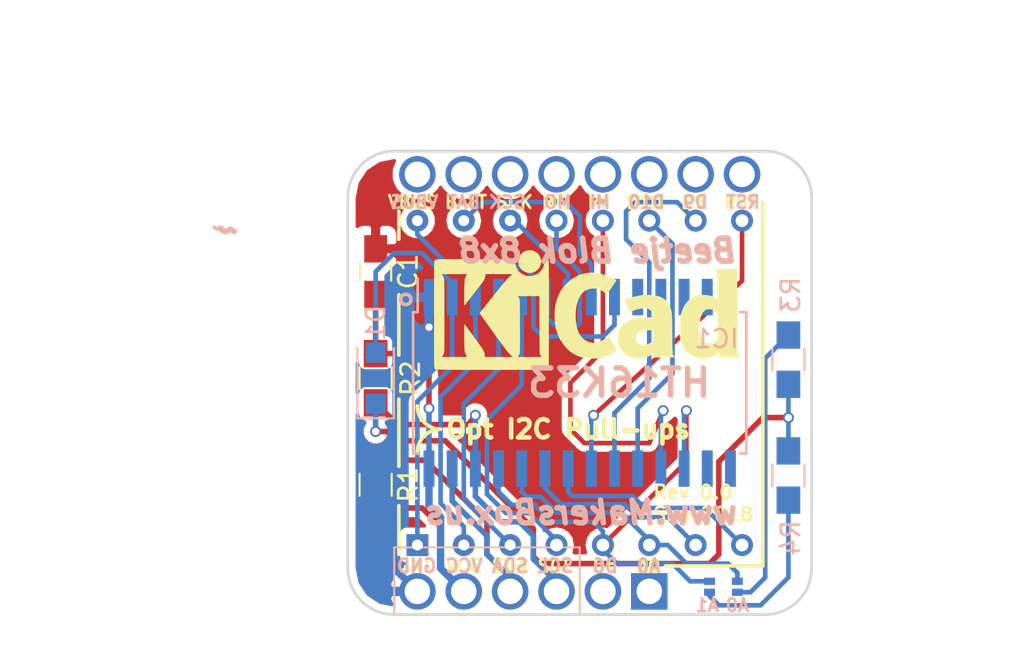
<source format=kicad_pcb>
(kicad_pcb (version 4) (host pcbnew 4.0.7)

  (general
    (links 34)
    (no_connects 0)
    (area 142.164999 86.284999 167.715001 111.835001)
    (thickness 1.6)
    (drawings 33)
    (tracks 192)
    (zones 0)
    (modules 14)
    (nets 41)
  )

  (page A)
  (title_block
    (title "Beetje 32U4 Blok")
    (date 2018-08-10)
    (rev 0.0)
    (company www.MakersBox.us)
    (comment 1 648.ken@gmail.com)
  )

  (layers
    (0 F.Cu signal)
    (31 B.Cu signal)
    (32 B.Adhes user)
    (33 F.Adhes user)
    (34 B.Paste user)
    (35 F.Paste user)
    (36 B.SilkS user)
    (37 F.SilkS user)
    (38 B.Mask user)
    (39 F.Mask user)
    (40 Dwgs.User user)
    (41 Cmts.User user)
    (42 Eco1.User user)
    (43 Eco2.User user)
    (44 Edge.Cuts user)
    (45 Margin user)
    (46 B.CrtYd user)
    (47 F.CrtYd user)
    (48 B.Fab user)
    (49 F.Fab user hide)
  )

  (setup
    (last_trace_width 0.25)
    (user_trace_width 0.254)
    (user_trace_width 0.3048)
    (user_trace_width 0.4064)
    (user_trace_width 0.6096)
    (trace_clearance 0.2)
    (zone_clearance 0.35)
    (zone_45_only no)
    (trace_min 0.2)
    (segment_width 0.2)
    (edge_width 0.15)
    (via_size 0.6)
    (via_drill 0.4)
    (via_min_size 0.4)
    (via_min_drill 0.3)
    (uvia_size 0.3)
    (uvia_drill 0.1)
    (uvias_allowed no)
    (uvia_min_size 0.2)
    (uvia_min_drill 0.1)
    (pcb_text_width 0.3)
    (pcb_text_size 1.5 1.5)
    (mod_edge_width 0.15)
    (mod_text_size 1 1)
    (mod_text_width 0.15)
    (pad_size 1.2 1.2)
    (pad_drill 0.6)
    (pad_to_mask_clearance 0)
    (aux_axis_origin 0 0)
    (visible_elements 7FFFFFFF)
    (pcbplotparams
      (layerselection 0x00030_80000001)
      (usegerberextensions false)
      (excludeedgelayer true)
      (linewidth 0.100000)
      (plotframeref false)
      (viasonmask false)
      (mode 1)
      (useauxorigin false)
      (hpglpennumber 1)
      (hpglpenspeed 20)
      (hpglpendiameter 15)
      (hpglpenoverlay 2)
      (psnegative false)
      (psa4output false)
      (plotreference true)
      (plotvalue true)
      (plotinvisibletext false)
      (padsonsilk false)
      (subtractmaskfromsilk false)
      (outputformat 1)
      (mirror false)
      (drillshape 1)
      (scaleselection 1)
      (outputdirectory ""))
  )

  (net 0 "")
  (net 1 GND)
  (net 2 VBUS)
  (net 3 +BATT)
  (net 4 /D10)
  (net 5 /D9)
  (net 6 /SCL)
  (net 7 /SDA)
  (net 8 /A0)
  (net 9 /SCK)
  (net 10 /MOSI)
  (net 11 /MISO)
  (net 12 /~RESET)
  (net 13 VCC)
  (net 14 "Net-(D1-Pad1)")
  (net 15 "Net-(A0-Pad1)")
  (net 16 "Net-(A1-Pad1)")
  (net 17 "Net-(IC1-Pad10)")
  (net 18 "Net-(IC1-Pad11)")
  (net 19 "Net-(IC1-Pad12)")
  (net 20 "Net-(IC1-Pad13)")
  (net 21 "Net-(IC1-Pad14)")
  (net 22 "Net-(IC1-Pad15)")
  (net 23 "Net-(IC1-Pad16)")
  (net 24 /D6)
  (net 25 /P6)
  (net 26 /P5)
  (net 27 /P1)
  (net 28 /P2)
  (net 29 /P3)
  (net 30 /P4)
  (net 31 /P12)
  (net 32 /P11)
  (net 33 /P10)
  (net 34 /P9)
  (net 35 /P13)
  (net 36 /P14)
  (net 37 /P15)
  (net 38 /P16)
  (net 39 /P8)
  (net 40 /P7)

  (net_class Default "This is the default net class."
    (clearance 0.2)
    (trace_width 0.25)
    (via_dia 0.6)
    (via_drill 0.4)
    (uvia_dia 0.3)
    (uvia_drill 0.1)
    (add_net +BATT)
    (add_net /A0)
    (add_net /D10)
    (add_net /D6)
    (add_net /D9)
    (add_net /MISO)
    (add_net /MOSI)
    (add_net /P1)
    (add_net /P10)
    (add_net /P11)
    (add_net /P12)
    (add_net /P13)
    (add_net /P14)
    (add_net /P15)
    (add_net /P16)
    (add_net /P2)
    (add_net /P3)
    (add_net /P4)
    (add_net /P5)
    (add_net /P6)
    (add_net /P7)
    (add_net /P8)
    (add_net /P9)
    (add_net /SCK)
    (add_net /SCL)
    (add_net /SDA)
    (add_net /~RESET)
    (add_net GND)
    (add_net "Net-(A0-Pad1)")
    (add_net "Net-(A1-Pad1)")
    (add_net "Net-(D1-Pad1)")
    (add_net "Net-(IC1-Pad10)")
    (add_net "Net-(IC1-Pad11)")
    (add_net "Net-(IC1-Pad12)")
    (add_net "Net-(IC1-Pad13)")
    (add_net "Net-(IC1-Pad14)")
    (add_net "Net-(IC1-Pad15)")
    (add_net "Net-(IC1-Pad16)")
    (add_net VBUS)
    (add_net VCC)
  )

  (module Pin_Headers:Pin_Header_Straight_1x08_Pitch2.54mm (layer F.Cu) (tedit 5B9BD7B6) (tstamp 5B9B0AD6)
    (at 146.05 107.95 90)
    (descr "Through hole straight pin header, 1x08, 2.54mm pitch, single row")
    (tags "Through hole pin header THT 1x08 2.54mm single row")
    (path /5B9D12DF)
    (fp_text reference J3 (at 0 -2.33 90) (layer F.SilkS) hide
      (effects (font (size 1 1) (thickness 0.15)))
    )
    (fp_text value CONN_01X08 (at 0 20.11 90) (layer F.Fab)
      (effects (font (size 1 1) (thickness 0.15)))
    )
    (fp_line (start -0.635 -1.27) (end 1.27 -1.27) (layer F.Fab) (width 0.1))
    (fp_line (start 1.27 -1.27) (end 1.27 19.05) (layer F.Fab) (width 0.1))
    (fp_line (start 1.27 19.05) (end -1.27 19.05) (layer F.Fab) (width 0.1))
    (fp_line (start -1.27 19.05) (end -1.27 -0.635) (layer F.Fab) (width 0.1))
    (fp_line (start -1.27 -0.635) (end -0.635 -1.27) (layer F.Fab) (width 0.1))
    (fp_line (start -1.8 -1.8) (end -1.8 19.55) (layer F.CrtYd) (width 0.05))
    (fp_line (start -1.8 19.55) (end 1.8 19.55) (layer F.CrtYd) (width 0.05))
    (fp_line (start 1.8 19.55) (end 1.8 -1.8) (layer F.CrtYd) (width 0.05))
    (fp_line (start 1.8 -1.8) (end -1.8 -1.8) (layer F.CrtYd) (width 0.05))
    (fp_text user %R (at 0 8.89 180) (layer F.Fab)
      (effects (font (size 1 1) (thickness 0.15)))
    )
    (pad 1 thru_hole rect (at 0 0 90) (size 1.2 1.2) (drill 0.6) (layers *.Cu *.Mask)
      (net 27 /P1))
    (pad 2 thru_hole oval (at 0 2.54 90) (size 1.2 1.2) (drill 0.6) (layers *.Cu *.Mask)
      (net 28 /P2))
    (pad 3 thru_hole oval (at 0 5.08 90) (size 1.2 1.2) (drill 0.6) (layers *.Cu *.Mask)
      (net 29 /P3))
    (pad 4 thru_hole oval (at 0 7.62 90) (size 1.2 1.2) (drill 0.7) (layers *.Cu *.Mask)
      (net 30 /P4))
    (pad 5 thru_hole oval (at 0 10.16 90) (size 1.2 1.2) (drill 0.7) (layers *.Cu *.Mask)
      (net 26 /P5))
    (pad 6 thru_hole oval (at 0 12.7 90) (size 1.2 1.2) (drill 0.7) (layers *.Cu *.Mask)
      (net 25 /P6))
    (pad 7 thru_hole oval (at 0 15.24 90) (size 1.2 1.2) (drill 0.7) (layers *.Cu *.Mask)
      (net 40 /P7))
    (pad 8 thru_hole oval (at 0 17.78 90) (size 1.2 1.2) (drill 0.7) (layers *.Cu *.Mask)
      (net 39 /P8))
  )

  (module Pin_Headers:Pin_Header_Straight_1x08_Pitch2.54mm (layer F.Cu) (tedit 5B9BD797) (tstamp 5B9B0CB6)
    (at 146.05 90.17 90)
    (descr "Through hole straight pin header, 1x08, 2.54mm pitch, single row")
    (tags "Through hole pin header THT 1x08 2.54mm single row")
    (path /5B9D1104)
    (fp_text reference J1 (at 0 -2.33 90) (layer F.SilkS) hide
      (effects (font (size 1 1) (thickness 0.15)))
    )
    (fp_text value CONN_01X08 (at 0 20.11 90) (layer F.Fab)
      (effects (font (size 1 1) (thickness 0.15)))
    )
    (fp_line (start -0.635 -1.27) (end 1.27 -1.27) (layer F.Fab) (width 0.1))
    (fp_line (start 1.27 -1.27) (end 1.27 19.05) (layer F.Fab) (width 0.1))
    (fp_line (start 1.27 19.05) (end -1.27 19.05) (layer F.Fab) (width 0.1))
    (fp_line (start -1.27 19.05) (end -1.27 -0.635) (layer F.Fab) (width 0.1))
    (fp_line (start -1.27 -0.635) (end -0.635 -1.27) (layer F.Fab) (width 0.1))
    (fp_line (start -1.8 -1.8) (end -1.8 19.55) (layer F.CrtYd) (width 0.05))
    (fp_line (start -1.8 19.55) (end 1.8 19.55) (layer F.CrtYd) (width 0.05))
    (fp_line (start 1.8 19.55) (end 1.8 -1.8) (layer F.CrtYd) (width 0.05))
    (fp_line (start 1.8 -1.8) (end -1.8 -1.8) (layer F.CrtYd) (width 0.05))
    (fp_text user %R (at 0 8.89 180) (layer F.Fab)
      (effects (font (size 1 1) (thickness 0.15)))
    )
    (pad 1 thru_hole circle (at 0 0 90) (size 1.2 1.2) (drill 0.6) (layers *.Cu *.Mask)
      (net 34 /P9))
    (pad 2 thru_hole oval (at 0 2.54 90) (size 1.2 1.2) (drill 0.6) (layers *.Cu *.Mask)
      (net 33 /P10))
    (pad 3 thru_hole oval (at 0 5.08 90) (size 1.2 1.2) (drill 0.6) (layers *.Cu *.Mask)
      (net 32 /P11))
    (pad 4 thru_hole oval (at 0 7.62 90) (size 1.2 1.2) (drill 0.7) (layers *.Cu *.Mask)
      (net 31 /P12))
    (pad 5 thru_hole oval (at 0 10.16 90) (size 1.2 1.2) (drill 0.7) (layers *.Cu *.Mask)
      (net 35 /P13))
    (pad 6 thru_hole oval (at 0 12.7 90) (size 1.2 1.2) (drill 0.7) (layers *.Cu *.Mask)
      (net 36 /P14))
    (pad 7 thru_hole oval (at 0 15.24 90) (size 1.2 1.2) (drill 0.7) (layers *.Cu *.Mask)
      (net 37 /P15))
    (pad 8 thru_hole oval (at 0 17.78 90) (size 1.2 1.2) (drill 0.7) (layers *.Cu *.Mask)
      (net 38 /P16))
  )

  (module Housings_SOIC:SOIC-28W_7.5x17.9mm_Pitch1.27mm (layer B.Cu) (tedit 5B92F192) (tstamp 5B7E3780)
    (at 154.94 99.06 270)
    (descr "28-Lead Plastic Small Outline (SO) - Wide, 7.50 mm Body [SOIC] (see Microchip Packaging Specification 00000049BS.pdf)")
    (tags "SOIC 1.27")
    (path /5B7E26CF)
    (attr smd)
    (fp_text reference IC1 (at -2.413 -7.493 360) (layer B.SilkS)
      (effects (font (size 1 1) (thickness 0.15)) (justify mirror))
    )
    (fp_text value HT16K33 (at 0 -10.05 270) (layer B.Fab)
      (effects (font (size 1 1) (thickness 0.15)) (justify mirror))
    )
    (fp_text user %R (at 0 0 270) (layer B.Fab)
      (effects (font (size 1 1) (thickness 0.15)) (justify mirror))
    )
    (fp_line (start -2.75 8.95) (end 3.75 8.95) (layer B.Fab) (width 0.15))
    (fp_line (start 3.75 8.95) (end 3.75 -8.95) (layer B.Fab) (width 0.15))
    (fp_line (start 3.75 -8.95) (end -3.75 -8.95) (layer B.Fab) (width 0.15))
    (fp_line (start -3.75 -8.95) (end -3.75 7.95) (layer B.Fab) (width 0.15))
    (fp_line (start -3.75 7.95) (end -2.75 8.95) (layer B.Fab) (width 0.15))
    (fp_line (start -5.95 9.3) (end -5.95 -9.3) (layer B.CrtYd) (width 0.05))
    (fp_line (start 5.95 9.3) (end 5.95 -9.3) (layer B.CrtYd) (width 0.05))
    (fp_line (start -5.95 9.3) (end 5.95 9.3) (layer B.CrtYd) (width 0.05))
    (fp_line (start -5.95 -9.3) (end 5.95 -9.3) (layer B.CrtYd) (width 0.05))
    (fp_line (start -3.875 9.125) (end -3.875 8.875) (layer B.SilkS) (width 0.15))
    (fp_line (start 3.875 9.125) (end 3.875 8.78) (layer B.SilkS) (width 0.15))
    (fp_line (start 3.875 -9.125) (end 3.875 -8.78) (layer B.SilkS) (width 0.15))
    (fp_line (start -3.875 -9.125) (end -3.875 -8.78) (layer B.SilkS) (width 0.15))
    (fp_line (start -3.875 9.125) (end 3.875 9.125) (layer B.SilkS) (width 0.15))
    (fp_line (start -3.875 -9.125) (end 3.875 -9.125) (layer B.SilkS) (width 0.15))
    (fp_line (start -3.875 8.875) (end -5.7 8.875) (layer B.SilkS) (width 0.15))
    (pad 1 smd rect (at -4.7 8.255 270) (size 2 0.6) (layers B.Cu B.Paste B.Mask)
      (net 1 GND))
    (pad 2 smd rect (at -4.7 6.985 270) (size 2 0.6) (layers B.Cu B.Paste B.Mask)
      (net 27 /P1))
    (pad 3 smd rect (at -4.7 5.715 270) (size 2 0.6) (layers B.Cu B.Paste B.Mask)
      (net 28 /P2))
    (pad 4 smd rect (at -4.7 4.445 270) (size 2 0.6) (layers B.Cu B.Paste B.Mask)
      (net 29 /P3))
    (pad 5 smd rect (at -4.7 3.175 270) (size 2 0.6) (layers B.Cu B.Paste B.Mask)
      (net 30 /P4))
    (pad 6 smd rect (at -4.7 1.905 270) (size 2 0.6) (layers B.Cu B.Paste B.Mask)
      (net 31 /P12))
    (pad 7 smd rect (at -4.7 0.635 270) (size 2 0.6) (layers B.Cu B.Paste B.Mask)
      (net 32 /P11))
    (pad 8 smd rect (at -4.7 -0.635 270) (size 2 0.6) (layers B.Cu B.Paste B.Mask)
      (net 33 /P10))
    (pad 9 smd rect (at -4.7 -1.905 270) (size 2 0.6) (layers B.Cu B.Paste B.Mask)
      (net 34 /P9))
    (pad 10 smd rect (at -4.7 -3.175 270) (size 2 0.6) (layers B.Cu B.Paste B.Mask)
      (net 17 "Net-(IC1-Pad10)"))
    (pad 11 smd rect (at -4.7 -4.445 270) (size 2 0.6) (layers B.Cu B.Paste B.Mask)
      (net 18 "Net-(IC1-Pad11)"))
    (pad 12 smd rect (at -4.7 -5.715 270) (size 2 0.6) (layers B.Cu B.Paste B.Mask)
      (net 19 "Net-(IC1-Pad12)"))
    (pad 13 smd rect (at -4.7 -6.985 270) (size 2 0.6) (layers B.Cu B.Paste B.Mask)
      (net 20 "Net-(IC1-Pad13)"))
    (pad 14 smd rect (at -4.7 -8.255 270) (size 2 0.6) (layers B.Cu B.Paste B.Mask)
      (net 21 "Net-(IC1-Pad14)"))
    (pad 15 smd rect (at 4.7 -8.255 270) (size 2 0.6) (layers B.Cu B.Paste B.Mask)
      (net 22 "Net-(IC1-Pad15)"))
    (pad 16 smd rect (at 4.7 -6.985 270) (size 2 0.6) (layers B.Cu B.Paste B.Mask)
      (net 23 "Net-(IC1-Pad16)"))
    (pad 17 smd rect (at 4.7 -5.715 270) (size 2 0.6) (layers B.Cu B.Paste B.Mask)
      (net 26 /P5))
    (pad 18 smd rect (at 4.7 -4.445 270) (size 2 0.6) (layers B.Cu B.Paste B.Mask)
      (net 35 /P13))
    (pad 19 smd rect (at 4.7 -3.175 270) (size 2 0.6) (layers B.Cu B.Paste B.Mask)
      (net 36 /P14))
    (pad 20 smd rect (at 4.7 -1.905 270) (size 2 0.6) (layers B.Cu B.Paste B.Mask)
      (net 37 /P15))
    (pad 21 smd rect (at 4.7 -0.635 270) (size 2 0.6) (layers B.Cu B.Paste B.Mask)
      (net 38 /P16))
    (pad 22 smd rect (at 4.7 0.635 270) (size 2 0.6) (layers B.Cu B.Paste B.Mask)
      (net 39 /P8))
    (pad 23 smd rect (at 4.7 1.905 270) (size 2 0.6) (layers B.Cu B.Paste B.Mask)
      (net 40 /P7))
    (pad 24 smd rect (at 4.7 3.175 270) (size 2 0.6) (layers B.Cu B.Paste B.Mask)
      (net 25 /P6))
    (pad 25 smd rect (at 4.7 4.445 270) (size 2 0.6) (layers B.Cu B.Paste B.Mask)
      (net 26 /P5))
    (pad 26 smd rect (at 4.7 5.715 270) (size 2 0.6) (layers B.Cu B.Paste B.Mask)
      (net 6 /SCL))
    (pad 27 smd rect (at 4.7 6.985 270) (size 2 0.6) (layers B.Cu B.Paste B.Mask)
      (net 7 /SDA))
    (pad 28 smd rect (at 4.7 8.255 270) (size 2 0.6) (layers B.Cu B.Paste B.Mask)
      (net 13 VCC))
    (model ${KISYS3DMOD}/Housings_SOIC.3dshapes/SOIC-28W_7.5x17.9mm_Pitch1.27mm.wrl
      (at (xyz 0 0 0))
      (scale (xyz 1 1 1))
      (rotate (xyz 0 0 0))
    )
  )

  (module footprints:KiCad-Logo2_8mm_SilkScreen (layer F.Cu) (tedit 0) (tstamp 5B773E92)
    (at 155.321 95.758)
    (descr "KiCad Logo")
    (tags "Logo KiCad")
    (attr virtual)
    (fp_text reference REF*** (at 0 0) (layer F.SilkS) hide
      (effects (font (size 1 1) (thickness 0.15)))
    )
    (fp_text value KiCad-Logo2_8mm_SilkScreen (at 0.75 0) (layer F.Fab) hide
      (effects (font (size 1 1) (thickness 0.15)))
    )
    (fp_poly (pts (xy -3.922722 -3.342976) (xy -3.908256 -3.191281) (xy -3.866163 -3.047997) (xy -3.798393 -2.916193)
      (xy -3.706899 -2.798942) (xy -3.593635 -2.699313) (xy -3.46451 -2.622271) (xy -3.323028 -2.569521)
      (xy -3.180554 -2.544799) (xy -3.039896 -2.546316) (xy -2.903864 -2.572283) (xy -2.775267 -2.62091)
      (xy -2.656914 -2.690407) (xy -2.551614 -2.778986) (xy -2.462177 -2.884857) (xy -2.391412 -3.00623)
      (xy -2.342129 -3.141317) (xy -2.317135 -3.288326) (xy -2.314556 -3.354756) (xy -2.314556 -3.471835)
      (xy -2.24542 -3.471835) (xy -2.197081 -3.468047) (xy -2.161271 -3.452338) (xy -2.125183 -3.420734)
      (xy -2.074083 -3.369633) (xy -2.074083 -0.451862) (xy -2.074095 -0.102862) (xy -2.074138 0.217332)
      (xy -2.074223 0.509974) (xy -2.074361 0.776318) (xy -2.074562 1.017617) (xy -2.074838 1.235125)
      (xy -2.0752 1.430095) (xy -2.075658 1.60378) (xy -2.076223 1.757435) (xy -2.076906 1.892313)
      (xy -2.077717 2.009668) (xy -2.078669 2.110753) (xy -2.079771 2.196821) (xy -2.081035 2.269127)
      (xy -2.08247 2.328923) (xy -2.084089 2.377464) (xy -2.085902 2.416003) (xy -2.08792 2.445793)
      (xy -2.090154 2.468089) (xy -2.092614 2.484143) (xy -2.095312 2.49521) (xy -2.098258 2.502542)
      (xy -2.099699 2.505005) (xy -2.105241 2.51434) (xy -2.109947 2.522923) (xy -2.115045 2.530784)
      (xy -2.121765 2.537955) (xy -2.131336 2.544467) (xy -2.144986 2.550353) (xy -2.163945 2.555642)
      (xy -2.189442 2.560368) (xy -2.222705 2.56456) (xy -2.264964 2.568251) (xy -2.317448 2.571472)
      (xy -2.381386 2.574254) (xy -2.458007 2.57663) (xy -2.54854 2.578629) (xy -2.654214 2.580284)
      (xy -2.776258 2.581627) (xy -2.915901 2.582687) (xy -3.074372 2.583498) (xy -3.2529 2.58409)
      (xy -3.452715 2.584495) (xy -3.675045 2.584744) (xy -3.921119 2.584869) (xy -4.192166 2.584901)
      (xy -4.489416 2.584871) (xy -4.814097 2.584811) (xy -5.167438 2.584752) (xy -5.218541 2.584746)
      (xy -5.573985 2.584689) (xy -5.900594 2.584595) (xy -6.199592 2.584455) (xy -6.472204 2.584259)
      (xy -6.719653 2.583997) (xy -6.943164 2.58366) (xy -7.14396 2.583239) (xy -7.323266 2.582723)
      (xy -7.482307 2.582104) (xy -7.622306 2.581371) (xy -7.744487 2.580515) (xy -7.850075 2.579526)
      (xy -7.940293 2.578394) (xy -8.016366 2.577111) (xy -8.079519 2.575666) (xy -8.130975 2.574049)
      (xy -8.171958 2.572252) (xy -8.203692 2.570265) (xy -8.227402 2.568077) (xy -8.244312 2.565679)
      (xy -8.255646 2.563063) (xy -8.261448 2.560841) (xy -8.272714 2.556088) (xy -8.283058 2.552578)
      (xy -8.292517 2.549068) (xy -8.301132 2.544313) (xy -8.308942 2.537069) (xy -8.315985 2.526091)
      (xy -8.322302 2.510135) (xy -8.327931 2.487955) (xy -8.332912 2.458309) (xy -8.337284 2.419951)
      (xy -8.341086 2.371637) (xy -8.344358 2.312122) (xy -8.347139 2.240163) (xy -8.349467 2.154513)
      (xy -8.351383 2.053931) (xy -8.352925 1.937169) (xy -8.354134 1.802985) (xy -8.355047 1.650134)
      (xy -8.355705 1.477371) (xy -8.356146 1.283452) (xy -8.356411 1.067133) (xy -8.356536 0.827168)
      (xy -8.356564 0.562314) (xy -8.356533 0.271326) (xy -8.356481 -0.04704) (xy -8.356449 -0.39403)
      (xy -8.356449 -0.450148) (xy -8.356467 -0.800159) (xy -8.356501 -1.121364) (xy -8.356515 -1.415017)
      (xy -8.356476 -1.682372) (xy -8.356351 -1.924683) (xy -8.356103 -2.143203) (xy -8.3557 -2.339187)
      (xy -8.355107 -2.513887) (xy -8.354335 -2.660237) (xy -7.951149 -2.660237) (xy -7.898174 -2.583225)
      (xy -7.883302 -2.562232) (xy -7.869895 -2.543644) (xy -7.857876 -2.52588) (xy -7.84717 -2.507362)
      (xy -7.837703 -2.486509) (xy -7.829397 -2.461743) (xy -7.822178 -2.431483) (xy -7.815969 -2.39415)
      (xy -7.810696 -2.348165) (xy -7.806282 -2.291948) (xy -7.802652 -2.22392) (xy -7.79973 -2.1425)
      (xy -7.797441 -2.04611) (xy -7.795709 -1.93317) (xy -7.794458 -1.802101) (xy -7.793614 -1.651322)
      (xy -7.793099 -1.479254) (xy -7.792839 -1.284319) (xy -7.792757 -1.064935) (xy -7.792779 -0.819524)
      (xy -7.792828 -0.546506) (xy -7.79284 -0.383255) (xy -7.792808 -0.094417) (xy -7.792763 0.165943)
      (xy -7.792779 0.399406) (xy -7.792931 0.607554) (xy -7.793294 0.791969) (xy -7.793943 0.954231)
      (xy -7.794953 1.095922) (xy -7.796399 1.218624) (xy -7.798355 1.323917) (xy -7.800896 1.413383)
      (xy -7.804097 1.488603) (xy -7.808033 1.551159) (xy -7.81278 1.602632) (xy -7.81841 1.644603)
      (xy -7.825001 1.678653) (xy -7.832626 1.706365) (xy -7.84136 1.729318) (xy -7.851279 1.749096)
      (xy -7.862456 1.767278) (xy -7.874967 1.785446) (xy -7.888888 1.805182) (xy -7.896997 1.817019)
      (xy -7.948618 1.893728) (xy -7.240914 1.893728) (xy -7.076826 1.893681) (xy -6.940367 1.893481)
      (xy -6.829109 1.893033) (xy -6.740621 1.892244) (xy -6.672476 1.89102) (xy -6.622243 1.889269)
      (xy -6.587493 1.886897) (xy -6.565798 1.88381) (xy -6.554727 1.879916) (xy -6.551851 1.87512)
      (xy -6.554741 1.86933) (xy -6.556333 1.867426) (xy -6.589817 1.81807) (xy -6.624296 1.747773)
      (xy -6.655729 1.665227) (xy -6.666738 1.630061) (xy -6.672884 1.606175) (xy -6.678078 1.578135)
      (xy -6.68243 1.543165) (xy -6.686048 1.498489) (xy -6.689043 1.441329) (xy -6.691523 1.36891)
      (xy -6.693598 1.278455) (xy -6.695377 1.167188) (xy -6.69697 1.032331) (xy -6.698486 0.871109)
      (xy -6.698988 0.811597) (xy -6.700342 0.644976) (xy -6.701352 0.506026) (xy -6.701941 0.392361)
      (xy -6.702031 0.301596) (xy -6.701544 0.231344) (xy -6.700403 0.179219) (xy -6.69853 0.142834)
      (xy -6.695847 0.119804) (xy -6.692276 0.107742) (xy -6.687739 0.104261) (xy -6.682159 0.106976)
      (xy -6.676203 0.112722) (xy -6.662417 0.129943) (xy -6.63305 0.168651) (xy -6.590179 0.22601)
      (xy -6.535882 0.299181) (xy -6.472237 0.385326) (xy -6.401323 0.481609) (xy -6.325216 0.585192)
      (xy -6.245995 0.693237) (xy -6.165738 0.802907) (xy -6.086522 0.911364) (xy -6.010426 1.01577)
      (xy -5.939527 1.113289) (xy -5.875903 1.201083) (xy -5.821633 1.276314) (xy -5.778793 1.336144)
      (xy -5.749462 1.377737) (xy -5.74338 1.386567) (xy -5.712864 1.435698) (xy -5.677172 1.49959)
      (xy -5.643357 1.565542) (xy -5.639069 1.574437) (xy -5.610208 1.638602) (xy -5.593452 1.68861)
      (xy -5.585823 1.736307) (xy -5.584334 1.792278) (xy -5.585178 1.893728) (xy -4.048204 1.893728)
      (xy -4.169575 1.768938) (xy -4.231879 1.70251) (xy -4.29883 1.627316) (xy -4.360132 1.555063)
      (xy -4.387325 1.52131) (xy -4.427849 1.468661) (xy -4.481176 1.397817) (xy -4.545747 1.310947)
      (xy -4.620001 1.210222) (xy -4.702381 1.097809) (xy -4.791326 0.975879) (xy -4.885278 0.846602)
      (xy -4.982678 0.712146) (xy -5.081965 0.574681) (xy -5.181581 0.436377) (xy -5.279967 0.299403)
      (xy -5.375564 0.165929) (xy -5.466812 0.038124) (xy -5.552152 -0.081843) (xy -5.630025 -0.191801)
      (xy -5.698871 -0.289582) (xy -5.757132 -0.373016) (xy -5.803249 -0.439934) (xy -5.835661 -0.488166)
      (xy -5.85281 -0.515542) (xy -5.85515 -0.521004) (xy -5.844554 -0.536083) (xy -5.816868 -0.57227)
      (xy -5.773909 -0.627299) (xy -5.71749 -0.698907) (xy -5.649426 -0.784829) (xy -5.571533 -0.882802)
      (xy -5.485625 -0.990562) (xy -5.393517 -1.105845) (xy -5.297023 -1.226386) (xy -5.197959 -1.349921)
      (xy -5.118438 -1.448918) (xy -3.772426 -1.448918) (xy -3.764558 -1.431667) (xy -3.74548 -1.402045)
      (xy -3.744086 -1.400072) (xy -3.719073 -1.359927) (xy -3.692916 -1.310891) (xy -3.687725 -1.300059)
      (xy -3.683017 -1.288837) (xy -3.678857 -1.275366) (xy -3.675203 -1.25779) (xy -3.672015 -1.234255)
      (xy -3.669255 -1.202906) (xy -3.666881 -1.161888) (xy -3.664853 -1.109348) (xy -3.663132 -1.043429)
      (xy -3.661676 -0.962277) (xy -3.660447 -0.864038) (xy -3.659404 -0.746857) (xy -3.658506 -0.608879)
      (xy -3.657714 -0.448249) (xy -3.656988 -0.263112) (xy -3.656287 -0.051614) (xy -3.655577 0.186509)
      (xy -3.65486 0.432967) (xy -3.654282 0.651229) (xy -3.653931 0.843155) (xy -3.653898 1.010607)
      (xy -3.654272 1.155449) (xy -3.655143 1.27954) (xy -3.656601 1.384744) (xy -3.658736 1.472922)
      (xy -3.661637 1.545936) (xy -3.665394 1.605648) (xy -3.670097 1.65392) (xy -3.675835 1.692614)
      (xy -3.682699 1.723591) (xy -3.690778 1.748714) (xy -3.700162 1.769845) (xy -3.71094 1.788845)
      (xy -3.723203 1.807576) (xy -3.73452 1.824175) (xy -3.757334 1.859182) (xy -3.770843 1.882593)
      (xy -3.772426 1.88688) (xy -3.757905 1.888314) (xy -3.716375 1.889646) (xy -3.650889 1.890845)
      (xy -3.564495 1.891877) (xy -3.460246 1.892712) (xy -3.341192 1.893317) (xy -3.210384 1.89366)
      (xy -3.118639 1.893728) (xy -2.978855 1.893434) (xy -2.849924 1.892593) (xy -2.734758 1.891263)
      (xy -2.63627 1.889503) (xy -2.557376 1.887372) (xy -2.500988 1.884928) (xy -2.47002 1.882231)
      (xy -2.464852 1.880538) (xy -2.4751 1.860697) (xy -2.485749 1.850006) (xy -2.503286 1.827204)
      (xy -2.526237 1.786929) (xy -2.54211 1.754231) (xy -2.577574 1.675799) (xy -2.581668 0.108964)
      (xy -2.585762 -1.45787) (xy -3.179094 -1.45787) (xy -3.309323 -1.457651) (xy -3.42967 -1.457027)
      (xy -3.536932 -1.456047) (xy -3.627907 -1.454757) (xy -3.699393 -1.453208) (xy -3.748186 -1.451446)
      (xy -3.771085 -1.449521) (xy -3.772426 -1.448918) (xy -5.118438 -1.448918) (xy -5.09814 -1.474187)
      (xy -4.99938 -1.596919) (xy -4.903493 -1.715853) (xy -4.812296 -1.828726) (xy -4.727602 -1.933272)
      (xy -4.651227 -2.027229) (xy -4.584984 -2.108332) (xy -4.53069 -2.174316) (xy -4.507838 -2.201835)
      (xy -4.392952 -2.335851) (xy -4.290971 -2.446697) (xy -4.199355 -2.536991) (xy -4.115566 -2.609349)
      (xy -4.103077 -2.619158) (xy -4.050473 -2.659904) (xy -4.803864 -2.66007) (xy -5.557254 -2.660237)
      (xy -5.550213 -2.596361) (xy -5.55461 -2.520016) (xy -5.583276 -2.429118) (xy -5.636496 -2.322943)
      (xy -5.696817 -2.226708) (xy -5.718409 -2.196559) (xy -5.755758 -2.146559) (xy -5.806637 -2.079558)
      (xy -5.86882 -1.998409) (xy -5.940081 -1.905962) (xy -6.018192 -1.805067) (xy -6.100928 -1.698577)
      (xy -6.186063 -1.589342) (xy -6.271369 -1.480213) (xy -6.354621 -1.374041) (xy -6.433592 -1.273677)
      (xy -6.506055 -1.181973) (xy -6.569785 -1.101779) (xy -6.622555 -1.035946) (xy -6.662138 -0.987326)
      (xy -6.686309 -0.95877) (xy -6.690381 -0.954379) (xy -6.694188 -0.965038) (xy -6.697135 -1.00537)
      (xy -6.699217 -1.075) (xy -6.700429 -1.173553) (xy -6.700766 -1.300656) (xy -6.700223 -1.455932)
      (xy -6.699013 -1.615681) (xy -6.697253 -1.791569) (xy -6.695223 -1.940333) (xy -6.692593 -2.064908)
      (xy -6.689031 -2.168229) (xy -6.684206 -2.253231) (xy -6.677787 -2.322848) (xy -6.669444 -2.380016)
      (xy -6.658844 -2.427669) (xy -6.645657 -2.468743) (xy -6.629552 -2.506173) (xy -6.610197 -2.542893)
      (xy -6.59065 -2.576229) (xy -6.540063 -2.660237) (xy -7.951149 -2.660237) (xy -8.354335 -2.660237)
      (xy -8.354291 -2.668558) (xy -8.353218 -2.804453) (xy -8.351853 -2.922826) (xy -8.350162 -3.024931)
      (xy -8.348112 -3.112021) (xy -8.345668 -3.18535) (xy -8.342796 -3.246171) (xy -8.339462 -3.29574)
      (xy -8.335633 -3.335308) (xy -8.331274 -3.36613) (xy -8.326351 -3.38946) (xy -8.32083 -3.406552)
      (xy -8.314678 -3.418658) (xy -8.307859 -3.427033) (xy -8.30034 -3.43293) (xy -8.292087 -3.437604)
      (xy -8.283067 -3.442307) (xy -8.275084 -3.447058) (xy -8.268117 -3.450488) (xy -8.257232 -3.453588)
      (xy -8.240972 -3.456375) (xy -8.217879 -3.458866) (xy -8.186497 -3.461077) (xy -8.145368 -3.463024)
      (xy -8.093034 -3.464724) (xy -8.028039 -3.466193) (xy -7.948925 -3.467448) (xy -7.854236 -3.468506)
      (xy -7.742512 -3.469382) (xy -7.612299 -3.470093) (xy -7.462137 -3.470655) (xy -7.29057 -3.471086)
      (xy -7.096141 -3.471401) (xy -6.877392 -3.471617) (xy -6.632866 -3.47175) (xy -6.361105 -3.471817)
      (xy -6.079996 -3.471835) (xy -3.922722 -3.471835) (xy -3.922722 -3.342976)) (layer F.SilkS) (width 0.01))
    (fp_poly (pts (xy 0.437258 -2.730527) (xy 0.650464 -2.702337) (xy 0.868727 -2.648897) (xy 1.094796 -2.569675)
      (xy 1.331418 -2.464144) (xy 1.34642 -2.456762) (xy 1.423232 -2.41945) (xy 1.49186 -2.387395)
      (xy 1.547297 -2.362834) (xy 1.584536 -2.348008) (xy 1.597278 -2.344616) (xy 1.622863 -2.337949)
      (xy 1.629003 -2.332349) (xy 1.622208 -2.318459) (xy 1.600853 -2.28346) (xy 1.567396 -2.23102)
      (xy 1.524294 -2.164806) (xy 1.474008 -2.088486) (xy 1.418995 -2.005727) (xy 1.361714 -1.920199)
      (xy 1.304623 -1.835567) (xy 1.250183 -1.7555) (xy 1.20085 -1.683666) (xy 1.159083 -1.623732)
      (xy 1.127342 -1.579365) (xy 1.108085 -1.554235) (xy 1.105442 -1.55132) (xy 1.091971 -1.557509)
      (xy 1.062227 -1.580377) (xy 1.021527 -1.615686) (xy 1.000566 -1.63496) (xy 0.872104 -1.735186)
      (xy 0.730034 -1.808998) (xy 0.576256 -1.85573) (xy 0.412672 -1.874716) (xy 0.320275 -1.873157)
      (xy 0.158995 -1.85031) (xy 0.013587 -1.802538) (xy -0.116384 -1.729492) (xy -0.231353 -1.630824)
      (xy -0.331754 -1.506185) (xy -0.418022 -1.355224) (xy -0.467839 -1.239941) (xy -0.526222 -1.059276)
      (xy -0.569252 -0.862922) (xy -0.59704 -0.655943) (xy -0.609695 -0.443402) (xy -0.60733 -0.230362)
      (xy -0.590055 -0.021887) (xy -0.557981 0.176961) (xy -0.511218 0.361118) (xy -0.449877 0.52552)
      (xy -0.4282 0.571124) (xy -0.33734 0.723014) (xy -0.230219 0.851481) (xy -0.108412 0.955478)
      (xy 0.02651 1.033958) (xy 0.172971 1.085874) (xy 0.3294 1.110179) (xy 0.384608 1.111967)
      (xy 0.546446 1.097428) (xy 0.706791 1.053737) (xy 0.86361 0.981798) (xy 1.014867 0.882512)
      (xy 1.136564 0.778232) (xy 1.198512 0.718945) (xy 1.439845 1.114709) (xy 1.499886 1.213446)
      (xy 1.554789 1.304262) (xy 1.602606 1.383895) (xy 1.641391 1.44908) (xy 1.669194 1.496554)
      (xy 1.68407 1.523055) (xy 1.686003 1.527175) (xy 1.675047 1.540009) (xy 1.640993 1.563016)
      (xy 1.588145 1.594015) (xy 1.520811 1.630829) (xy 1.443294 1.671278) (xy 1.359902 1.713182)
      (xy 1.27494 1.754363) (xy 1.192714 1.792642) (xy 1.117529 1.825838) (xy 1.053691 1.851775)
      (xy 1.022467 1.862997) (xy 0.844377 1.913342) (xy 0.660791 1.94663) (xy 0.464142 1.963943)
      (xy 0.295341 1.967043) (xy 0.204867 1.965585) (xy 0.117529 1.962792) (xy 0.041068 1.959009)
      (xy -0.01677 1.954578) (xy -0.035549 1.952337) (xy -0.220628 1.913947) (xy -0.409051 1.853877)
      (xy -0.59209 1.775702) (xy -0.761013 1.683) (xy -0.864201 1.612864) (xy -1.033826 1.468809)
      (xy -1.19133 1.300302) (xy -1.333795 1.111508) (xy -1.458303 0.906591) (xy -1.561938 0.689715)
      (xy -1.620324 0.53355) (xy -1.687222 0.289076) (xy -1.731821 0.030064) (xy -1.754135 -0.237881)
      (xy -1.754179 -0.509155) (xy -1.731966 -0.778153) (xy -1.687509 -1.039271) (xy -1.620824 -1.286905)
      (xy -1.615743 -1.302334) (xy -1.532022 -1.518085) (xy -1.429844 -1.715017) (xy -1.305742 -1.898701)
      (xy -1.15625 -2.074712) (xy -1.09785 -2.134973) (xy -0.916596 -2.299984) (xy -0.730263 -2.436505)
      (xy -0.535991 -2.546021) (xy -0.330921 -2.630019) (xy -0.11219 -2.689985) (xy 0.01503 -2.71327)
      (xy 0.226363 -2.733995) (xy 0.437258 -2.730527)) (layer F.SilkS) (width 0.01))
    (fp_poly (pts (xy 3.559492 -1.509029) (xy 3.76175 -1.482382) (xy 3.941836 -1.437602) (xy 4.100911 -1.374331)
      (xy 4.240138 -1.292213) (xy 4.343465 -1.207591) (xy 4.435116 -1.108892) (xy 4.506666 -1.002687)
      (xy 4.563786 -0.879908) (xy 4.584388 -0.822567) (xy 4.601508 -0.770669) (xy 4.616422 -0.722545)
      (xy 4.629302 -0.675754) (xy 4.64032 -0.627856) (xy 4.64965 -0.576413) (xy 4.657463 -0.518984)
      (xy 4.663932 -0.45313) (xy 4.66923 -0.376411) (xy 4.67353 -0.286388) (xy 4.677003 -0.18062)
      (xy 4.679823 -0.056669) (xy 4.682162 0.087906) (xy 4.684193 0.255544) (xy 4.686088 0.448685)
      (xy 4.687755 0.638757) (xy 4.689521 0.846703) (xy 4.691126 1.026797) (xy 4.692737 1.181244)
      (xy 4.69452 1.312249) (xy 4.696643 1.422017) (xy 4.699272 1.512753) (xy 4.702576 1.586662)
      (xy 4.706719 1.64595) (xy 4.71187 1.692822) (xy 4.718196 1.729483) (xy 4.725863 1.758137)
      (xy 4.735038 1.78099) (xy 4.745888 1.800248) (xy 4.758581 1.818115) (xy 4.773283 1.836796)
      (xy 4.779009 1.844029) (xy 4.80007 1.874436) (xy 4.809438 1.895142) (xy 4.809468 1.895754)
      (xy 4.794986 1.898682) (xy 4.753733 1.901378) (xy 4.688997 1.903769) (xy 4.604064 1.905778)
      (xy 4.502223 1.907329) (xy 4.38676 1.908346) (xy 4.260964 1.908753) (xy 4.246443 1.908757)
      (xy 3.683419 1.908757) (xy 3.679076 1.780858) (xy 3.674734 1.652958) (xy 3.592071 1.720841)
      (xy 3.46249 1.810726) (xy 3.316172 1.883541) (xy 3.201056 1.923787) (xy 3.109098 1.943342)
      (xy 2.998126 1.956647) (xy 2.878615 1.963285) (xy 2.761037 1.962843) (xy 2.655867 1.954905)
      (xy 2.607633 1.947298) (xy 2.421218 1.89689) (xy 2.2529 1.823874) (xy 2.103896 1.729337)
      (xy 1.975424 1.614365) (xy 1.868699 1.480046) (xy 1.78494 1.327467) (xy 1.72586 1.159594)
      (xy 1.709438 1.084261) (xy 1.699307 1.001451) (xy 1.694476 0.901815) (xy 1.693817 0.856686)
      (xy 1.693904 0.852446) (xy 2.705656 0.852446) (xy 2.718029 0.952367) (xy 2.755556 1.037343)
      (xy 2.820085 1.111417) (xy 2.826818 1.117292) (xy 2.891115 1.163659) (xy 2.959958 1.193724)
      (xy 3.040814 1.209595) (xy 3.141149 1.21338) (xy 3.165257 1.21284) (xy 3.236909 1.209309)
      (xy 3.290203 1.202098) (xy 3.336823 1.188566) (xy 3.388452 1.166072) (xy 3.40262 1.159178)
      (xy 3.483368 1.111478) (xy 3.545701 1.054719) (xy 3.562659 1.034431) (xy 3.62213 0.959194)
      (xy 3.62213 0.698413) (xy 3.621417 0.593706) (xy 3.619167 0.516552) (xy 3.615215 0.464478)
      (xy 3.609396 0.435009) (xy 3.603958 0.4264) (xy 3.582755 0.422188) (xy 3.537778 0.418697)
      (xy 3.475305 0.416256) (xy 3.401619 0.415194) (xy 3.389786 0.415174) (xy 3.22899 0.422169)
      (xy 3.092299 0.443693) (xy 2.977065 0.480569) (xy 2.880641 0.53362) (xy 2.807509 0.596127)
      (xy 2.748201 0.673195) (xy 2.715285 0.757135) (xy 2.705656 0.852446) (xy 1.693904 0.852446)
      (xy 1.696391 0.731864) (xy 1.707501 0.626821) (xy 1.729129 0.531998) (xy 1.763261 0.437837)
      (xy 1.795209 0.368111) (xy 1.873252 0.241236) (xy 1.977227 0.124042) (xy 2.10397 0.018662)
      (xy 2.250318 -0.072772) (xy 2.413106 -0.148126) (xy 2.589171 -0.205268) (xy 2.675266 -0.225158)
      (xy 2.856574 -0.254587) (xy 3.054208 -0.274003) (xy 3.25585 -0.282498) (xy 3.424346 -0.280325)
      (xy 3.639875 -0.2713) (xy 3.629997 -0.349822) (xy 3.604311 -0.48183) (xy 3.562861 -0.589298)
      (xy 3.504501 -0.673048) (xy 3.428083 -0.733905) (xy 3.332461 -0.772692) (xy 3.21649 -0.790234)
      (xy 3.079021 -0.787353) (xy 3.028462 -0.782026) (xy 2.840486 -0.748518) (xy 2.658338 -0.693887)
      (xy 2.532485 -0.643294) (xy 2.472361 -0.617499) (xy 2.421194 -0.596769) (xy 2.386111 -0.583929)
      (xy 2.375875 -0.581203) (xy 2.362902 -0.59329) (xy 2.340643 -0.631858) (xy 2.30889 -0.697345)
      (xy 2.267432 -0.790184) (xy 2.216061 -0.910813) (xy 2.207277 -0.931835) (xy 2.167261 -1.028115)
      (xy 2.131341 -1.115115) (xy 2.101069 -1.189031) (xy 2.077996 -1.246059) (xy 2.063674 -1.282393)
      (xy 2.059538 -1.294161) (xy 2.07285 -1.300491) (xy 2.107833 -1.307517) (xy 2.145474 -1.312415)
      (xy 2.185623 -1.318748) (xy 2.249246 -1.331323) (xy 2.330697 -1.348908) (xy 2.424336 -1.37027)
      (xy 2.52452 -1.394175) (xy 2.562545 -1.403525) (xy 2.702419 -1.437592) (xy 2.819131 -1.464302)
      (xy 2.918435 -1.484509) (xy 3.006085 -1.499066) (xy 3.087836 -1.508827) (xy 3.169441 -1.514644)
      (xy 3.256656 -1.51737) (xy 3.333898 -1.5179) (xy 3.559492 -1.509029)) (layer F.SilkS) (width 0.01))
    (fp_poly (pts (xy 8.236474 -0.702633) (xy 8.2365 -0.390539) (xy 8.236535 -0.107038) (xy 8.236631 0.149336)
      (xy 8.236841 0.380048) (xy 8.237216 0.586565) (xy 8.237809 0.770351) (xy 8.23867 0.932874)
      (xy 8.239853 1.075598) (xy 8.241408 1.19999) (xy 8.243389 1.307515) (xy 8.245846 1.39964)
      (xy 8.248833 1.47783) (xy 8.2524 1.543551) (xy 8.256599 1.598269) (xy 8.261484 1.643449)
      (xy 8.267104 1.680558) (xy 8.273513 1.711062) (xy 8.280763 1.736426) (xy 8.288905 1.758115)
      (xy 8.29799 1.777597) (xy 8.308073 1.796337) (xy 8.319203 1.8158) (xy 8.326117 1.827924)
      (xy 8.371736 1.908757) (xy 7.229231 1.908757) (xy 7.229231 1.781006) (xy 7.228257 1.723273)
      (xy 7.225658 1.679119) (xy 7.221918 1.655446) (xy 7.220265 1.653254) (xy 7.205058 1.662419)
      (xy 7.174817 1.686175) (xy 7.144595 1.711969) (xy 7.071924 1.766201) (xy 6.979423 1.820792)
      (xy 6.876839 1.870725) (xy 6.773919 1.910987) (xy 6.732843 1.923833) (xy 6.641649 1.943225)
      (xy 6.531343 1.956487) (xy 6.412329 1.963202) (xy 6.295005 1.962953) (xy 6.189773 1.955324)
      (xy 6.139586 1.947592) (xy 5.95573 1.896918) (xy 5.786245 1.820067) (xy 5.632046 1.717737)
      (xy 5.494044 1.590628) (xy 5.373151 1.43944) (xy 5.284214 1.291927) (xy 5.211165 1.136483)
      (xy 5.155248 0.977586) (xy 5.115311 0.809843) (xy 5.090207 0.627861) (xy 5.078786 0.426245)
      (xy 5.077819 0.323136) (xy 5.080607 0.247545) (xy 6.18446 0.247545) (xy 6.184737 0.371452)
      (xy 6.188615 0.488199) (xy 6.196154 0.59082) (xy 6.207411 0.672349) (xy 6.210851 0.688779)
      (xy 6.253189 0.831612) (xy 6.308652 0.947473) (xy 6.377703 1.036654) (xy 6.460804 1.099444)
      (xy 6.558418 1.136137) (xy 6.67101 1.147021) (xy 6.799041 1.13239) (xy 6.883551 1.111458)
      (xy 6.948978 1.087241) (xy 7.021043 1.052828) (xy 7.075178 1.021272) (xy 7.169113 0.95954)
      (xy 7.169113 -0.57178) (xy 7.079369 -0.629784) (xy 6.974823 -0.684267) (xy 6.862742 -0.719749)
      (xy 6.749411 -0.735624) (xy 6.641117 -0.731288) (xy 6.544145 -0.706135) (xy 6.501603 -0.685407)
      (xy 6.424485 -0.628162) (xy 6.359305 -0.552578) (xy 6.304513 -0.455892) (xy 6.258561 -0.335342)
      (xy 6.219897 -0.188167) (xy 6.218191 -0.180355) (xy 6.20465 -0.097473) (xy 6.194476 0.006116)
      (xy 6.187726 0.123444) (xy 6.18446 0.247545) (xy 5.080607 0.247545) (xy 5.088272 0.039801)
      (xy 5.117488 -0.220927) (xy 5.165396 -0.458877) (xy 5.231928 -0.673876) (xy 5.317015 -0.86575)
      (xy 5.420587 -1.034326) (xy 5.542575 -1.179432) (xy 5.682911 -1.300895) (xy 5.743041 -1.342102)
      (xy 5.877441 -1.416855) (xy 6.014957 -1.469591) (xy 6.161524 -1.501757) (xy 6.323073 -1.514797)
      (xy 6.446231 -1.513405) (xy 6.618848 -1.498805) (xy 6.768751 -1.469761) (xy 6.900278 -1.424937)
      (xy 7.017765 -1.363) (xy 7.082823 -1.317451) (xy 7.12192 -1.288275) (xy 7.150798 -1.268344)
      (xy 7.161728 -1.262485) (xy 7.163878 -1.276903) (xy 7.165596 -1.317713) (xy 7.1669 -1.381253)
      (xy 7.167805 -1.46386) (xy 7.168328 -1.56187) (xy 7.168487 -1.671621) (xy 7.168298 -1.789449)
      (xy 7.167778 -1.911693) (xy 7.166944 -2.034687) (xy 7.165812 -2.15477) (xy 7.164399 -2.268279)
      (xy 7.162723 -2.37155) (xy 7.1608 -2.46092) (xy 7.158646 -2.532727) (xy 7.15628 -2.583307)
      (xy 7.155625 -2.592604) (xy 7.145537 -2.686353) (xy 7.130145 -2.759776) (xy 7.106528 -2.822511)
      (xy 7.071767 -2.884198) (xy 7.063423 -2.896953) (xy 7.030895 -2.945799) (xy 8.236213 -2.945799)
      (xy 8.236474 -0.702633)) (layer F.SilkS) (width 0.01))
    (fp_poly (pts (xy -3.02624 -3.958707) (xy -2.898063 -3.926438) (xy -2.782789 -3.869413) (xy -2.683189 -3.789828)
      (xy -2.602035 -3.689875) (xy -2.542098 -3.571749) (xy -2.507134 -3.443525) (xy -2.499344 -3.314031)
      (xy -2.51912 -3.189071) (xy -2.563988 -3.072101) (xy -2.631472 -2.966578) (xy -2.719098 -2.875958)
      (xy -2.824393 -2.803697) (xy -2.944882 -2.753252) (xy -3.013135 -2.736712) (xy -3.072378 -2.726698)
      (xy -3.118046 -2.722741) (xy -3.161928 -2.72517) (xy -3.215814 -2.734316) (xy -3.259877 -2.743602)
      (xy -3.384248 -2.785553) (xy -3.495647 -2.853617) (xy -3.591565 -2.945731) (xy -3.669496 -3.05983)
      (xy -3.688067 -3.096095) (xy -3.709951 -3.144513) (xy -3.723675 -3.185172) (xy -3.731085 -3.227951)
      (xy -3.734027 -3.282728) (xy -3.734397 -3.344083) (xy -3.728957 -3.456394) (xy -3.711096 -3.548629)
      (xy -3.677559 -3.629342) (xy -3.62509 -3.707086) (xy -3.573769 -3.766018) (xy -3.478054 -3.853645)
      (xy -3.378078 -3.914132) (xy -3.267907 -3.950347) (xy -3.164549 -3.964027) (xy -3.02624 -3.958707)) (layer F.SilkS) (width 0.01))
  )

  (module Diodes_SMD:D_SOD-123F (layer B.Cu) (tedit 5B9BD667) (tstamp 5B7E3509)
    (at 143.764 98.806 90)
    (descr D_SOD-123F)
    (tags D_SOD-123F)
    (path /5B9DE837)
    (attr smd)
    (fp_text reference D1 (at 3.048 0 90) (layer B.SilkS)
      (effects (font (size 1 1) (thickness 0.15)) (justify mirror))
    )
    (fp_text value D (at 0 -2.1 90) (layer B.Fab)
      (effects (font (size 1 1) (thickness 0.15)) (justify mirror))
    )
    (fp_text user %R (at -0.127 1.905 90) (layer B.Fab)
      (effects (font (size 1 1) (thickness 0.15)) (justify mirror))
    )
    (fp_line (start -2.2 1) (end -2.2 -1) (layer B.SilkS) (width 0.12))
    (fp_line (start 0.25 0) (end 0.75 0) (layer B.Fab) (width 0.1))
    (fp_line (start 0.25 -0.4) (end -0.35 0) (layer B.Fab) (width 0.1))
    (fp_line (start 0.25 0.4) (end 0.25 -0.4) (layer B.Fab) (width 0.1))
    (fp_line (start -0.35 0) (end 0.25 0.4) (layer B.Fab) (width 0.1))
    (fp_line (start -0.35 0) (end -0.35 -0.55) (layer B.Fab) (width 0.1))
    (fp_line (start -0.35 0) (end -0.35 0.55) (layer B.Fab) (width 0.1))
    (fp_line (start -0.75 0) (end -0.35 0) (layer B.Fab) (width 0.1))
    (fp_line (start -1.4 -0.9) (end -1.4 0.9) (layer B.Fab) (width 0.1))
    (fp_line (start 1.4 -0.9) (end -1.4 -0.9) (layer B.Fab) (width 0.1))
    (fp_line (start 1.4 0.9) (end 1.4 -0.9) (layer B.Fab) (width 0.1))
    (fp_line (start -1.4 0.9) (end 1.4 0.9) (layer B.Fab) (width 0.1))
    (fp_line (start -2.2 1.15) (end 2.2 1.15) (layer B.CrtYd) (width 0.05))
    (fp_line (start 2.2 1.15) (end 2.2 -1.15) (layer B.CrtYd) (width 0.05))
    (fp_line (start 2.2 -1.15) (end -2.2 -1.15) (layer B.CrtYd) (width 0.05))
    (fp_line (start -2.2 1.15) (end -2.2 -1.15) (layer B.CrtYd) (width 0.05))
    (fp_line (start -2.2 -1) (end 1.65 -1) (layer B.SilkS) (width 0.12))
    (fp_line (start -2.2 1) (end 1.65 1) (layer B.SilkS) (width 0.12))
    (pad 1 smd rect (at -1.4 0 90) (size 1.1 1.1) (layers B.Cu B.Paste B.Mask)
      (net 14 "Net-(D1-Pad1)"))
    (pad 2 smd rect (at 1.4 0 90) (size 1.1 1.1) (layers B.Cu B.Paste B.Mask)
      (net 27 /P1))
    (model ${KISYS3DMOD}/Diodes_SMD.3dshapes/D_SOD-123F.wrl
      (at (xyz 0 0 0))
      (scale (xyz 1 1 1))
      (rotate (xyz 0 0 0))
    )
  )

  (module footprints:Jumper (layer B.Cu) (tedit 5B9BD6DB) (tstamp 5B7E352F)
    (at 163.576 110.236 90)
    (path /5B7E3B7C)
    (attr smd)
    (fp_text reference A0 (at -1.016 0 180) (layer B.SilkS)
      (effects (font (size 0.7 0.7) (thickness 0.15)) (justify mirror))
    )
    (fp_text value JMP (at 0 -1.25 90) (layer B.Fab)
      (effects (font (size 1 1) (thickness 0.15)) (justify mirror))
    )
    (fp_text user %R (at 2.54 1.397 90) (layer B.Fab)
      (effects (font (size 1 1) (thickness 0.15)) (justify mirror))
    )
    (fp_line (start -0.5 -0.25) (end -0.5 0.25) (layer B.Fab) (width 0.1))
    (fp_line (start 0.5 -0.25) (end -0.5 -0.25) (layer B.Fab) (width 0.1))
    (fp_line (start 0.5 0.25) (end 0.5 -0.25) (layer B.Fab) (width 0.1))
    (fp_line (start -0.5 0.25) (end 0.5 0.25) (layer B.Fab) (width 0.1))
    (fp_line (start -0.8 0.45) (end 0.8 0.45) (layer B.CrtYd) (width 0.05))
    (fp_line (start -0.8 0.45) (end -0.8 -0.45) (layer B.CrtYd) (width 0.05))
    (fp_line (start 0.8 -0.45) (end 0.8 0.45) (layer B.CrtYd) (width 0.05))
    (fp_line (start 0.8 -0.45) (end -0.8 -0.45) (layer B.CrtYd) (width 0.05))
    (pad 1 smd rect (at -0.3 0 90) (size 0.4 0.6) (layers B.Cu B.Paste B.Mask)
      (net 15 "Net-(A0-Pad1)"))
    (pad 2 smd rect (at 0.3 0 90) (size 0.4 0.6) (layers B.Cu B.Paste B.Mask)
      (net 25 /P6))
    (model ${KISYS3DMOD}/Resistors_SMD.3dshapes/R_0402.wrl
      (at (xyz 0 0 0))
      (scale (xyz 1 1 1))
      (rotate (xyz 0 0 0))
    )
  )

  (module footprints:Jumper (layer B.Cu) (tedit 5B9BD6E6) (tstamp 5B7E3535)
    (at 162.052 110.236 90)
    (path /5B7E3C40)
    (attr smd)
    (fp_text reference A1 (at -1.016 -0.127 180) (layer B.SilkS)
      (effects (font (size 0.7 0.7) (thickness 0.15)) (justify mirror))
    )
    (fp_text value JMP (at 0 -1.25 90) (layer B.Fab)
      (effects (font (size 0.7 0.7) (thickness 0.15)) (justify mirror))
    )
    (fp_text user %R (at 0 1.2 90) (layer B.Fab)
      (effects (font (size 1 1) (thickness 0.15)) (justify mirror))
    )
    (fp_line (start -0.5 -0.25) (end -0.5 0.25) (layer B.Fab) (width 0.1))
    (fp_line (start 0.5 -0.25) (end -0.5 -0.25) (layer B.Fab) (width 0.1))
    (fp_line (start 0.5 0.25) (end 0.5 -0.25) (layer B.Fab) (width 0.1))
    (fp_line (start -0.5 0.25) (end 0.5 0.25) (layer B.Fab) (width 0.1))
    (fp_line (start -0.8 0.45) (end 0.8 0.45) (layer B.CrtYd) (width 0.05))
    (fp_line (start -0.8 0.45) (end -0.8 -0.45) (layer B.CrtYd) (width 0.05))
    (fp_line (start 0.8 -0.45) (end 0.8 0.45) (layer B.CrtYd) (width 0.05))
    (fp_line (start 0.8 -0.45) (end -0.8 -0.45) (layer B.CrtYd) (width 0.05))
    (pad 1 smd rect (at -0.3 0 90) (size 0.4 0.6) (layers B.Cu B.Paste B.Mask)
      (net 16 "Net-(A1-Pad1)"))
    (pad 2 smd rect (at 0.3 0 90) (size 0.4 0.6) (layers B.Cu B.Paste B.Mask)
      (net 26 /P5))
    (model ${KISYS3DMOD}/Resistors_SMD.3dshapes/R_0402.wrl
      (at (xyz 0 0 0))
      (scale (xyz 1 1 1))
      (rotate (xyz 0 0 0))
    )
  )

  (module Capacitors_SMD:C_0805_HandSoldering (layer F.Cu) (tedit 5B9BD7D5) (tstamp 5B92DE72)
    (at 143.764 92.964 90)
    (descr "Capacitor SMD 0805, hand soldering")
    (tags "capacitor 0805")
    (path /5B77416F)
    (attr smd)
    (fp_text reference C1 (at 0 1.778 90) (layer F.SilkS)
      (effects (font (size 1 1) (thickness 0.15)))
    )
    (fp_text value 10uF (at 0 1.75 90) (layer F.Fab)
      (effects (font (size 1 1) (thickness 0.15)))
    )
    (fp_text user %R (at 0 -1.75 90) (layer F.Fab)
      (effects (font (size 1 1) (thickness 0.15)))
    )
    (fp_line (start -1 0.62) (end -1 -0.62) (layer F.Fab) (width 0.1))
    (fp_line (start 1 0.62) (end -1 0.62) (layer F.Fab) (width 0.1))
    (fp_line (start 1 -0.62) (end 1 0.62) (layer F.Fab) (width 0.1))
    (fp_line (start -1 -0.62) (end 1 -0.62) (layer F.Fab) (width 0.1))
    (fp_line (start 0.5 -0.85) (end -0.5 -0.85) (layer F.SilkS) (width 0.12))
    (fp_line (start -0.5 0.85) (end 0.5 0.85) (layer F.SilkS) (width 0.12))
    (fp_line (start -2.25 -0.88) (end 2.25 -0.88) (layer F.CrtYd) (width 0.05))
    (fp_line (start -2.25 -0.88) (end -2.25 0.87) (layer F.CrtYd) (width 0.05))
    (fp_line (start 2.25 0.87) (end 2.25 -0.88) (layer F.CrtYd) (width 0.05))
    (fp_line (start 2.25 0.87) (end -2.25 0.87) (layer F.CrtYd) (width 0.05))
    (pad 1 smd rect (at -1.25 0 90) (size 1.5 1.25) (layers F.Cu F.Paste F.Mask)
      (net 13 VCC))
    (pad 2 smd rect (at 1.25 0 90) (size 1.5 1.25) (layers F.Cu F.Paste F.Mask)
      (net 1 GND))
    (model Capacitors_SMD.3dshapes/C_0805.wrl
      (at (xyz 0 0 0))
      (scale (xyz 1 1 1))
      (rotate (xyz 0 0 0))
    )
  )

  (module footprints:Beetje_Bottom (layer F.Cu) (tedit 5B9BD706) (tstamp 5B6E0692)
    (at 158.75 110.49 270)
    (descr "Through hole straight pin header, 1x06, 2.54mm pitch, single row")
    (tags "Through hole pin header THT 1x06 2.54mm single row")
    (path /5B6D5224)
    (fp_text reference J2 (at 2.286 -1.27 360) (layer F.SilkS) hide
      (effects (font (size 1 1) (thickness 0.15)))
    )
    (fp_text value Beetje_Bottom (at 2.286 9.525 360) (layer F.Fab)
      (effects (font (size 1 1) (thickness 0.15)))
    )
    (fp_line (start 1.27 13.97) (end -2.413 13.97) (layer B.SilkS) (width 0.1))
    (fp_line (start -2.413 13.97) (end -2.413 3.81) (layer B.SilkS) (width 0.1))
    (fp_line (start -2.413 3.81) (end 1.27 3.81) (layer B.SilkS) (width 0.1))
    (fp_line (start 1.143 13.97) (end -2.413 13.97) (layer F.SilkS) (width 0.1))
    (fp_line (start -2.413 13.97) (end -2.413 3.81) (layer F.SilkS) (width 0.1))
    (fp_line (start -2.413 3.81) (end 1.143 3.81) (layer F.SilkS) (width 0.1))
    (fp_text user "A0  D6  SCL SDA VCC GND" (at -1.397 6.604 360) (layer B.SilkS)
      (effects (font (size 0.75 0.7) (thickness 0.15)) (justify mirror))
    )
    (fp_text user "GND VCC SDA SCL  D6  A0" (at -1.397 6.604 360) (layer F.SilkS)
      (effects (font (size 0.75 0.7) (thickness 0.15)))
    )
    (fp_line (start -0.635 -1.27) (end 1.27 -1.27) (layer F.Fab) (width 0.1))
    (fp_line (start 1.27 -1.27) (end 1.27 13.97) (layer F.Fab) (width 0.1))
    (fp_line (start 1.27 13.97) (end -1.27 13.97) (layer F.Fab) (width 0.1))
    (fp_line (start -1.27 13.97) (end -1.27 -0.635) (layer F.Fab) (width 0.1))
    (fp_line (start -1.27 -0.635) (end -0.635 -1.27) (layer F.Fab) (width 0.1))
    (fp_line (start -1.8 -1.8) (end -1.8 14.5) (layer F.CrtYd) (width 0.05))
    (fp_line (start -1.8 14.5) (end 1.8 14.5) (layer F.CrtYd) (width 0.05))
    (fp_line (start 1.8 14.5) (end 1.8 -1.8) (layer F.CrtYd) (width 0.05))
    (fp_line (start 1.8 -1.8) (end -1.8 -1.8) (layer F.CrtYd) (width 0.05))
    (fp_text user %R (at 0 6.35 360) (layer F.Fab)
      (effects (font (size 1 1) (thickness 0.15)))
    )
    (pad 1 thru_hole rect (at 0 0 270) (size 2 2) (drill 1.4) (layers *.Cu *.Mask)
      (net 8 /A0))
    (pad 2 thru_hole oval (at 0 2.54 270) (size 2 2) (drill 1.4) (layers *.Cu *.Mask)
      (net 24 /D6))
    (pad 3 thru_hole oval (at 0 5.08 270) (size 2 2) (drill 1.4) (layers *.Cu *.Mask)
      (net 6 /SCL))
    (pad 4 thru_hole oval (at 0 7.62 270) (size 2 2) (drill 1.4) (layers *.Cu *.Mask)
      (net 7 /SDA))
    (pad 5 thru_hole oval (at 0 10.16 270) (size 2 2) (drill 1.4) (layers *.Cu *.Mask)
      (net 13 VCC))
    (pad 6 thru_hole oval (at 0 12.7 270) (size 2 2) (drill 1.4) (layers *.Cu *.Mask)
      (net 1 GND))
  )

  (module footprints:Beetje_Top (layer F.Cu) (tedit 5B9BD719) (tstamp 5B6E06A5)
    (at 163.83 87.63 270)
    (descr "Through hole straight pin header, 1x08, 2.54mm pitch, single row")
    (tags "Through hole pin header THT 1x08 2.54mm single row")
    (path /5B6D51CD)
    (fp_text reference J4 (at -2.286 0.127 360) (layer F.SilkS) hide
      (effects (font (size 1 1) (thickness 0.15)))
    )
    (fp_text value Beetje_Top (at -2.413 14.605 360) (layer F.Fab)
      (effects (font (size 1 1) (thickness 0.15)))
    )
    (fp_text user "RST  D9  D10  MI  MO  SCK BAT VBUS" (at 1.524 9.144 360) (layer B.SilkS)
      (effects (font (size 0.7 0.675) (thickness 0.15)) (justify mirror))
    )
    (fp_text user "VBUS BATT SCK MO  MI  D10  D9  RST" (at 1.524 9.271 360) (layer F.SilkS)
      (effects (font (size 0.7 0.675) (thickness 0.15)))
    )
    (fp_line (start -0.635 -1.27) (end 1.27 -1.27) (layer F.Fab) (width 0.1))
    (fp_line (start 1.27 -1.27) (end 1.27 19.05) (layer F.Fab) (width 0.1))
    (fp_line (start 1.27 19.05) (end -1.27 19.05) (layer F.Fab) (width 0.1))
    (fp_line (start -1.27 19.05) (end -1.27 -0.635) (layer F.Fab) (width 0.1))
    (fp_line (start -1.27 -0.635) (end -0.635 -1.27) (layer F.Fab) (width 0.1))
    (fp_line (start -1.8 -1.8) (end -1.8 19.55) (layer F.CrtYd) (width 0.05))
    (fp_line (start -1.8 19.55) (end 1.8 19.55) (layer F.CrtYd) (width 0.05))
    (fp_line (start 1.8 19.55) (end 1.8 -1.8) (layer F.CrtYd) (width 0.05))
    (fp_line (start 1.8 -1.8) (end -1.8 -1.8) (layer F.CrtYd) (width 0.05))
    (fp_text user %R (at 0 8.89 360) (layer F.Fab)
      (effects (font (size 1 1) (thickness 0.15)))
    )
    (pad 1 thru_hole circle (at 0 0 270) (size 2 2) (drill 1.4) (layers *.Cu *.Mask)
      (net 12 /~RESET))
    (pad 2 thru_hole oval (at 0 2.54 270) (size 2 2) (drill 1.4) (layers *.Cu *.Mask)
      (net 5 /D9))
    (pad 3 thru_hole oval (at 0 5.08 270) (size 2 2) (drill 1.4) (layers *.Cu *.Mask)
      (net 4 /D10))
    (pad 4 thru_hole oval (at 0 7.62 270) (size 2 2) (drill 1.4) (layers *.Cu *.Mask)
      (net 11 /MISO))
    (pad 5 thru_hole circle (at 0 10.16 270) (size 2 2) (drill 1.4) (layers *.Cu *.Mask)
      (net 10 /MOSI))
    (pad 6 thru_hole circle (at 0 12.7 270) (size 2 2) (drill 1.4) (layers *.Cu *.Mask)
      (net 9 /SCK))
    (pad 7 thru_hole circle (at 0 15.24 270) (size 2 2) (drill 1.4) (layers *.Cu *.Mask)
      (net 3 +BATT))
    (pad 8 thru_hole circle (at 0 17.78 270) (size 2 2) (drill 1.4) (layers *.Cu *.Mask)
      (net 2 VBUS))
  )

  (module Resistors_SMD:R_0805_HandSoldering (layer F.Cu) (tedit 5B9BD7CD) (tstamp 5B92EC9B)
    (at 143.764 104.648 270)
    (descr "Resistor SMD 0805, hand soldering")
    (tags "resistor 0805")
    (path /5B773C20)
    (attr smd)
    (fp_text reference R1 (at 0 -1.778 270) (layer F.SilkS)
      (effects (font (size 1 1) (thickness 0.15)))
    )
    (fp_text value 10K (at 0 1.75 270) (layer F.Fab)
      (effects (font (size 1 1) (thickness 0.15)))
    )
    (fp_text user %R (at 0 0 270) (layer F.Fab)
      (effects (font (size 0.5 0.5) (thickness 0.075)))
    )
    (fp_line (start -1 0.62) (end -1 -0.62) (layer F.Fab) (width 0.1))
    (fp_line (start 1 0.62) (end -1 0.62) (layer F.Fab) (width 0.1))
    (fp_line (start 1 -0.62) (end 1 0.62) (layer F.Fab) (width 0.1))
    (fp_line (start -1 -0.62) (end 1 -0.62) (layer F.Fab) (width 0.1))
    (fp_line (start 0.6 0.88) (end -0.6 0.88) (layer F.SilkS) (width 0.12))
    (fp_line (start -0.6 -0.88) (end 0.6 -0.88) (layer F.SilkS) (width 0.12))
    (fp_line (start -2.35 -0.9) (end 2.35 -0.9) (layer F.CrtYd) (width 0.05))
    (fp_line (start -2.35 -0.9) (end -2.35 0.9) (layer F.CrtYd) (width 0.05))
    (fp_line (start 2.35 0.9) (end 2.35 -0.9) (layer F.CrtYd) (width 0.05))
    (fp_line (start 2.35 0.9) (end -2.35 0.9) (layer F.CrtYd) (width 0.05))
    (pad 1 smd rect (at -1.35 0 270) (size 1.5 1.3) (layers F.Cu F.Paste F.Mask)
      (net 7 /SDA))
    (pad 2 smd rect (at 1.35 0 270) (size 1.5 1.3) (layers F.Cu F.Paste F.Mask)
      (net 13 VCC))
    (model ${KISYS3DMOD}/Resistors_SMD.3dshapes/R_0805.wrl
      (at (xyz 0 0 0))
      (scale (xyz 1 1 1))
      (rotate (xyz 0 0 0))
    )
  )

  (module Resistors_SMD:R_0805_HandSoldering (layer F.Cu) (tedit 5B9BD5DB) (tstamp 5B92ECA0)
    (at 143.764 98.806 90)
    (descr "Resistor SMD 0805, hand soldering")
    (tags "resistor 0805")
    (path /5B7E36AD)
    (attr smd)
    (fp_text reference R2 (at 0 1.905 90) (layer F.SilkS)
      (effects (font (size 1 1) (thickness 0.15)))
    )
    (fp_text value 10K (at 0 1.75 90) (layer F.Fab)
      (effects (font (size 1 1) (thickness 0.15)))
    )
    (fp_text user %R (at 0 0 90) (layer F.Fab)
      (effects (font (size 0.5 0.5) (thickness 0.075)))
    )
    (fp_line (start -1 0.62) (end -1 -0.62) (layer F.Fab) (width 0.1))
    (fp_line (start 1 0.62) (end -1 0.62) (layer F.Fab) (width 0.1))
    (fp_line (start 1 -0.62) (end 1 0.62) (layer F.Fab) (width 0.1))
    (fp_line (start -1 -0.62) (end 1 -0.62) (layer F.Fab) (width 0.1))
    (fp_line (start 0.6 0.88) (end -0.6 0.88) (layer F.SilkS) (width 0.12))
    (fp_line (start -0.6 -0.88) (end 0.6 -0.88) (layer F.SilkS) (width 0.12))
    (fp_line (start -2.35 -0.9) (end 2.35 -0.9) (layer F.CrtYd) (width 0.05))
    (fp_line (start -2.35 -0.9) (end -2.35 0.9) (layer F.CrtYd) (width 0.05))
    (fp_line (start 2.35 0.9) (end 2.35 -0.9) (layer F.CrtYd) (width 0.05))
    (fp_line (start 2.35 0.9) (end -2.35 0.9) (layer F.CrtYd) (width 0.05))
    (pad 1 smd rect (at -1.35 0 90) (size 1.5 1.3) (layers F.Cu F.Paste F.Mask)
      (net 6 /SCL))
    (pad 2 smd rect (at 1.35 0 90) (size 1.5 1.3) (layers F.Cu F.Paste F.Mask)
      (net 13 VCC))
    (model ${KISYS3DMOD}/Resistors_SMD.3dshapes/R_0805.wrl
      (at (xyz 0 0 0))
      (scale (xyz 1 1 1))
      (rotate (xyz 0 0 0))
    )
  )

  (module Resistors_SMD:R_0805_HandSoldering (layer B.Cu) (tedit 5B9BD650) (tstamp 5B92ECA5)
    (at 166.37 97.79 270)
    (descr "Resistor SMD 0805, hand soldering")
    (tags "resistor 0805")
    (path /5B7E3CE9)
    (attr smd)
    (fp_text reference R3 (at -3.556 -0.127 270) (layer B.SilkS)
      (effects (font (size 1 1) (thickness 0.15)) (justify mirror))
    )
    (fp_text value 10K (at 0 -1.75 270) (layer B.Fab)
      (effects (font (size 1 1) (thickness 0.15)) (justify mirror))
    )
    (fp_text user %R (at 0 0 270) (layer B.Fab)
      (effects (font (size 0.5 0.5) (thickness 0.075)) (justify mirror))
    )
    (fp_line (start -1 -0.62) (end -1 0.62) (layer B.Fab) (width 0.1))
    (fp_line (start 1 -0.62) (end -1 -0.62) (layer B.Fab) (width 0.1))
    (fp_line (start 1 0.62) (end 1 -0.62) (layer B.Fab) (width 0.1))
    (fp_line (start -1 0.62) (end 1 0.62) (layer B.Fab) (width 0.1))
    (fp_line (start 0.6 -0.88) (end -0.6 -0.88) (layer B.SilkS) (width 0.12))
    (fp_line (start -0.6 0.88) (end 0.6 0.88) (layer B.SilkS) (width 0.12))
    (fp_line (start -2.35 0.9) (end 2.35 0.9) (layer B.CrtYd) (width 0.05))
    (fp_line (start -2.35 0.9) (end -2.35 -0.9) (layer B.CrtYd) (width 0.05))
    (fp_line (start 2.35 -0.9) (end 2.35 0.9) (layer B.CrtYd) (width 0.05))
    (fp_line (start 2.35 -0.9) (end -2.35 -0.9) (layer B.CrtYd) (width 0.05))
    (pad 1 smd rect (at -1.35 0 270) (size 1.5 1.3) (layers B.Cu B.Paste B.Mask)
      (net 15 "Net-(A0-Pad1)"))
    (pad 2 smd rect (at 1.35 0 270) (size 1.5 1.3) (layers B.Cu B.Paste B.Mask)
      (net 14 "Net-(D1-Pad1)"))
    (model ${KISYS3DMOD}/Resistors_SMD.3dshapes/R_0805.wrl
      (at (xyz 0 0 0))
      (scale (xyz 1 1 1))
      (rotate (xyz 0 0 0))
    )
  )

  (module Resistors_SMD:R_0805_HandSoldering (layer B.Cu) (tedit 5B9BD653) (tstamp 5B92ECAA)
    (at 166.37 104.14 90)
    (descr "Resistor SMD 0805, hand soldering")
    (tags "resistor 0805")
    (path /5B7E3D87)
    (attr smd)
    (fp_text reference R4 (at -3.429 0.127 90) (layer B.SilkS)
      (effects (font (size 1 1) (thickness 0.15)) (justify mirror))
    )
    (fp_text value 10K (at 0 -1.75 90) (layer B.Fab)
      (effects (font (size 1 1) (thickness 0.15)) (justify mirror))
    )
    (fp_text user %R (at 0 0 90) (layer B.Fab)
      (effects (font (size 0.5 0.5) (thickness 0.075)) (justify mirror))
    )
    (fp_line (start -1 -0.62) (end -1 0.62) (layer B.Fab) (width 0.1))
    (fp_line (start 1 -0.62) (end -1 -0.62) (layer B.Fab) (width 0.1))
    (fp_line (start 1 0.62) (end 1 -0.62) (layer B.Fab) (width 0.1))
    (fp_line (start -1 0.62) (end 1 0.62) (layer B.Fab) (width 0.1))
    (fp_line (start 0.6 -0.88) (end -0.6 -0.88) (layer B.SilkS) (width 0.12))
    (fp_line (start -0.6 0.88) (end 0.6 0.88) (layer B.SilkS) (width 0.12))
    (fp_line (start -2.35 0.9) (end 2.35 0.9) (layer B.CrtYd) (width 0.05))
    (fp_line (start -2.35 0.9) (end -2.35 -0.9) (layer B.CrtYd) (width 0.05))
    (fp_line (start 2.35 -0.9) (end 2.35 0.9) (layer B.CrtYd) (width 0.05))
    (fp_line (start 2.35 -0.9) (end -2.35 -0.9) (layer B.CrtYd) (width 0.05))
    (pad 1 smd rect (at -1.35 0 90) (size 1.5 1.3) (layers B.Cu B.Paste B.Mask)
      (net 16 "Net-(A1-Pad1)"))
    (pad 2 smd rect (at 1.35 0 90) (size 1.5 1.3) (layers B.Cu B.Paste B.Mask)
      (net 14 "Net-(D1-Pad1)"))
    (model ${KISYS3DMOD}/Resistors_SMD.3dshapes/R_0805.wrl
      (at (xyz 0 0 0))
      (scale (xyz 1 1 1))
      (rotate (xyz 0 0 0))
    )
  )

  (gr_arc (start 147.32 100.33) (end 147.32 101.6) (angle 90) (layer F.SilkS) (width 0.2))
  (gr_arc (start 147.32 102.87) (end 146.05 102.87) (angle 90) (layer F.SilkS) (width 0.2))
  (gr_text "Opt I2C Pull-ups" (at 154.305 101.6) (layer F.SilkS)
    (effects (font (size 1 1) (thickness 0.25)))
  )
  (gr_line (start 163.576 110.49) (end 163.576 109.982) (angle 90) (layer B.Mask) (width 0.2))
  (gr_line (start 162.052 110.49) (end 162.052 109.982) (angle 90) (layer B.Mask) (width 0.2))
  (gr_line (start 164.973 109.093) (end 164.973 89.154) (angle 90) (layer F.SilkS) (width 0.2))
  (gr_line (start 159.639 109.093) (end 164.973 109.093) (angle 90) (layer F.SilkS) (width 0.2))
  (gr_line (start 145.034 105.791) (end 145.034 108.458) (angle 90) (layer F.SilkS) (width 0.2))
  (gr_line (start 145.034 99.949) (end 145.034 103.632) (angle 90) (layer F.SilkS) (width 0.2))
  (gr_line (start 145.034 94.234) (end 145.034 97.536) (angle 90) (layer F.SilkS) (width 0.2))
  (gr_line (start 145.034 89.662) (end 145.034 91.186) (angle 90) (layer F.SilkS) (width 0.2))
  (dimension 17.78 (width 0.3) (layer Dwgs.User)
    (gr_text "17.780 mm" (at 172.8 99.06 270) (layer Dwgs.User)
      (effects (font (size 1.5 1.5) (thickness 0.3)))
    )
    (feature1 (pts (xy 163.83 107.95) (xy 174.15 107.95)))
    (feature2 (pts (xy 163.83 90.17) (xy 174.15 90.17)))
    (crossbar (pts (xy 171.45 90.17) (xy 171.45 107.95)))
    (arrow1a (pts (xy 171.45 107.95) (xy 170.863579 106.823496)))
    (arrow1b (pts (xy 171.45 107.95) (xy 172.036421 106.823496)))
    (arrow2a (pts (xy 171.45 90.17) (xy 170.863579 91.296504)))
    (arrow2b (pts (xy 171.45 90.17) (xy 172.036421 91.296504)))
  )
  (gr_line (start 144.995 109.144) (end 144.995 89.144) (angle 90) (layer Dwgs.User) (width 0.2))
  (gr_line (start 164.995 109.144) (end 144.995 109.144) (angle 90) (layer Dwgs.User) (width 0.2))
  (gr_line (start 164.995 89.144) (end 164.995 109.144) (angle 90) (layer Dwgs.User) (width 0.2))
  (gr_line (start 144.995 89.144) (end 164.995 89.144) (angle 90) (layer Dwgs.User) (width 0.2))
  (gr_circle (center 145.415 94.488) (end 145.542 94.742) (layer B.SilkS) (width 0.2))
  (gr_text HT16K33 (at 157.099 99.06) (layer B.SilkS)
    (effects (font (size 1.5 1.5) (thickness 0.3)) (justify mirror))
  )
  (gr_text "Rev 0.0\nSep 2018" (at 158.877 105.664) (layer F.SilkS)
    (effects (font (size 0.75 0.75) (thickness 0.15)) (justify left))
  )
  (gr_line (start 142.24 109.22) (end 142.24 88.9) (angle 90) (layer Edge.Cuts) (width 0.15))
  (gr_line (start 165.1 111.76) (end 144.78 111.76) (angle 90) (layer Edge.Cuts) (width 0.15))
  (gr_line (start 167.64 88.9) (end 167.64 109.22) (angle 90) (layer Edge.Cuts) (width 0.15))
  (gr_line (start 144.78 86.36) (end 165.1 86.36) (angle 90) (layer Edge.Cuts) (width 0.15))
  (gr_arc (start 144.78 88.9) (end 142.24 88.9) (angle 90) (layer Edge.Cuts) (width 0.15))
  (gr_arc (start 144.78 109.22) (end 144.78 111.76) (angle 90) (layer Edge.Cuts) (width 0.15))
  (gr_arc (start 165.1 109.22) (end 167.64 109.22) (angle 90) (layer Edge.Cuts) (width 0.15))
  (gr_arc (start 165.1 88.9) (end 165.1 86.36) (angle 90) (layer Edge.Cuts) (width 0.15))
  (dimension 25.4 (width 0.3) (layer Dwgs.User)
    (gr_text "1.0000 in" (at 176.61 99.06 270) (layer Dwgs.User)
      (effects (font (size 1.5 1.5) (thickness 0.3)))
    )
    (feature1 (pts (xy 167.64 111.76) (xy 177.96 111.76)))
    (feature2 (pts (xy 167.64 86.36) (xy 177.96 86.36)))
    (crossbar (pts (xy 175.26 86.36) (xy 175.26 111.76)))
    (arrow1a (pts (xy 175.26 111.76) (xy 174.673579 110.633496)))
    (arrow1b (pts (xy 175.26 111.76) (xy 175.846421 110.633496)))
    (arrow2a (pts (xy 175.26 86.36) (xy 174.673579 87.486504)))
    (arrow2b (pts (xy 175.26 86.36) (xy 175.846421 87.486504)))
  )
  (dimension 25.4 (width 0.3) (layer Dwgs.User)
    (gr_text "1.0000 in" (at 154.94 79.930001) (layer Dwgs.User)
      (effects (font (size 1.5 1.5) (thickness 0.3)))
    )
    (feature1 (pts (xy 142.24 86.36) (xy 142.24 78.580001)))
    (feature2 (pts (xy 167.64 86.36) (xy 167.64 78.580001)))
    (crossbar (pts (xy 167.64 81.280001) (xy 142.24 81.280001)))
    (arrow1a (pts (xy 142.24 81.280001) (xy 143.366504 80.69358)))
    (arrow1b (pts (xy 142.24 81.280001) (xy 143.366504 81.866422)))
    (arrow2a (pts (xy 167.64 81.280001) (xy 166.513496 80.69358)))
    (arrow2b (pts (xy 167.64 81.280001) (xy 166.513496 81.866422)))
  )
  (gr_text www.MakersBox.us (at 155.067 106.172) (layer B.SilkS)
    (effects (font (size 1.25 1.25) (thickness 0.3) italic) (justify mirror))
  )
  (gr_text "Beetje Blok 8x8\n" (at 155.956 91.821) (layer B.SilkS)
    (effects (font (size 1.25 1.25) (thickness 0.3125) italic) (justify mirror))
  )
  (gr_text ~ (at 135.636 90.678) (layer B.SilkS)
    (effects (font (size 1.5 1.5) (thickness 0.3)) (justify mirror))
  )
  (gr_text ~ (at 135.128 90.551) (layer B.SilkS)
    (effects (font (size 1 1) (thickness 0.2)) (justify mirror))
  )

  (via (at 146.685 96.012) (size 0.6) (drill 0.4) (layers F.Cu B.Cu) (net 1))
  (segment (start 143.764 91.714) (end 144.546 91.714) (width 0.3048) (layer F.Cu) (net 1) (tstamp 5B9BD048))
  (segment (start 145.288 92.456) (end 144.546 91.714) (width 0.3048) (layer F.Cu) (net 1) (tstamp 5B9BD047))
  (segment (start 145.288 94.615) (end 145.288 92.456) (width 0.3048) (layer F.Cu) (net 1) (tstamp 5B9BD045))
  (segment (start 145.288 94.615) (end 146.685 96.012) (width 0.3048) (layer F.Cu) (net 1) (tstamp 5B9BD044))
  (segment (start 146.05 110.49) (end 144.526 108.966) (width 0.4064) (layer B.Cu) (net 1))
  (segment (start 146.685 98.171) (end 146.685 96.012) (width 0.4064) (layer B.Cu) (net 1) (tstamp 5B9BCEBE))
  (segment (start 146.685 96.012) (end 146.685 94.36) (width 0.4064) (layer B.Cu) (net 1) (tstamp 5B9BD041))
  (segment (start 145.288 99.568) (end 146.685 98.171) (width 0.4064) (layer B.Cu) (net 1) (tstamp 5B9BCEBD))
  (segment (start 145.288 106.172) (end 145.288 99.568) (width 0.4064) (layer B.Cu) (net 1) (tstamp 5B9BCEB7))
  (segment (start 144.526 106.934) (end 145.288 106.172) (width 0.4064) (layer B.Cu) (net 1) (tstamp 5B9BCEB4))
  (segment (start 144.526 108.966) (end 144.526 106.934) (width 0.4064) (layer B.Cu) (net 1) (tstamp 5B9BCEB3))
  (segment (start 149.225 103.76) (end 149.225 100.838) (width 0.3048) (layer B.Cu) (net 6))
  (segment (start 144.954 101.346) (end 143.764 100.156) (width 0.3048) (layer F.Cu) (net 6) (tstamp 5B9BD0CD))
  (segment (start 148.844 101.346) (end 144.954 101.346) (width 0.3048) (layer F.Cu) (net 6) (tstamp 5B9BD0CB))
  (segment (start 149.225 100.838) (end 148.844 101.346) (width 0.3048) (layer F.Cu) (net 6) (tstamp 5B9BD0CA))
  (via (at 149.225 100.838) (size 0.6) (drill 0.4) (layers F.Cu B.Cu) (net 6))
  (segment (start 153.67 110.49) (end 153.67 110.236) (width 0.3048) (layer F.Cu) (net 6))
  (segment (start 149.225 105.283) (end 149.225 103.76) (width 0.3048) (layer B.Cu) (net 6) (tstamp 5B9BC9F5))
  (segment (start 150.622 106.68) (end 149.225 105.283) (width 0.3048) (layer B.Cu) (net 6) (tstamp 5B9BC9F4))
  (segment (start 151.638 106.68) (end 150.622 106.68) (width 0.3048) (layer B.Cu) (net 6) (tstamp 5B9BC9F3))
  (segment (start 152.4 107.442) (end 151.638 106.68) (width 0.3048) (layer B.Cu) (net 6) (tstamp 5B9BC9F2))
  (segment (start 152.4 108.712) (end 152.4 107.442) (width 0.3048) (layer B.Cu) (net 6) (tstamp 5B9BC9F0))
  (segment (start 153.67 109.982) (end 152.4 108.712) (width 0.3048) (layer B.Cu) (net 6) (tstamp 5B9BC9EF))
  (segment (start 153.67 110.49) (end 153.67 109.982) (width 0.3048) (layer B.Cu) (net 6))
  (segment (start 151.13 110.49) (end 151.13 109.728) (width 0.3048) (layer F.Cu) (net 7))
  (segment (start 151.13 109.728) (end 149.86 108.458) (width 0.3048) (layer F.Cu) (net 7) (tstamp 5B9BCE73))
  (segment (start 146.478 103.298) (end 143.764 103.298) (width 0.3048) (layer F.Cu) (net 7) (tstamp 5B9BCE7D))
  (segment (start 149.86 106.68) (end 146.478 103.298) (width 0.3048) (layer F.Cu) (net 7) (tstamp 5B9BCE7A))
  (segment (start 149.86 108.458) (end 149.86 106.68) (width 0.3048) (layer F.Cu) (net 7) (tstamp 5B9BCE78))
  (segment (start 147.955 103.76) (end 147.955 105.537) (width 0.3048) (layer B.Cu) (net 7))
  (segment (start 147.955 105.537) (end 149.86 107.442) (width 0.3048) (layer B.Cu) (net 7) (tstamp 5B9BCAE6))
  (segment (start 149.86 107.442) (end 149.86 108.458) (width 0.3048) (layer B.Cu) (net 7) (tstamp 5B9BCAEA))
  (segment (start 149.86 108.458) (end 151.13 109.728) (width 0.3048) (layer B.Cu) (net 7) (tstamp 5B9BCAEC))
  (segment (start 151.13 110.49) (end 151.13 109.982) (width 0.3048) (layer B.Cu) (net 7))
  (segment (start 146.685 100.457) (end 146.685 98.552) (width 0.3048) (layer F.Cu) (net 13))
  (via (at 146.685 100.457) (size 0.6) (drill 0.4) (layers F.Cu B.Cu) (net 13))
  (segment (start 146.685 103.76) (end 146.685 100.457) (width 0.3048) (layer B.Cu) (net 13))
  (segment (start 145.589 97.456) (end 143.764 97.456) (width 0.3048) (layer F.Cu) (net 13) (tstamp 5B9BD086))
  (segment (start 146.685 98.552) (end 145.589 97.456) (width 0.3048) (layer F.Cu) (net 13) (tstamp 5B9BD07D))
  (segment (start 143.764 97.536) (end 143.764 97.456) (width 0.3048) (layer F.Cu) (net 13) (tstamp 5B9BD06B))
  (segment (start 143.764 97.456) (end 143.764 94.214) (width 0.3048) (layer F.Cu) (net 13))
  (segment (start 148.59 110.49) (end 147.32 109.22) (width 0.3048) (layer F.Cu) (net 13))
  (segment (start 146.304 105.918) (end 143.844 105.918) (width 0.3048) (layer F.Cu) (net 13) (tstamp 5B9BCE6E))
  (segment (start 147.32 106.934) (end 146.304 105.918) (width 0.3048) (layer F.Cu) (net 13) (tstamp 5B9BCE6D))
  (segment (start 147.32 109.22) (end 147.32 106.934) (width 0.3048) (layer F.Cu) (net 13) (tstamp 5B9BCE6C))
  (segment (start 143.844 105.918) (end 143.764 105.998) (width 0.3048) (layer F.Cu) (net 13) (tstamp 5B9BCE6F))
  (segment (start 146.685 103.76) (end 146.685 105.791) (width 0.4064) (layer B.Cu) (net 13))
  (segment (start 147.32 109.22) (end 148.59 110.49) (width 0.4064) (layer B.Cu) (net 13) (tstamp 5B9BCAD9))
  (segment (start 147.32 106.426) (end 147.32 109.22) (width 0.4064) (layer B.Cu) (net 13) (tstamp 5B9BCAD7))
  (segment (start 146.685 105.791) (end 147.32 106.426) (width 0.4064) (layer B.Cu) (net 13) (tstamp 5B9BCAD5))
  (segment (start 143.764 100.206) (end 143.764 101.727) (width 0.3048) (layer B.Cu) (net 14))
  (via (at 166.37 100.965) (size 0.6) (drill 0.4) (layers F.Cu B.Cu) (net 14))
  (segment (start 164.973 100.965) (end 166.37 100.965) (width 0.3048) (layer F.Cu) (net 14) (tstamp 5B9BD126))
  (segment (start 162.56 103.378) (end 164.973 100.965) (width 0.3048) (layer F.Cu) (net 14) (tstamp 5B9BD121))
  (segment (start 162.56 108.458) (end 162.56 103.378) (width 0.3048) (layer F.Cu) (net 14) (tstamp 5B9BD11E))
  (segment (start 162.052 108.966) (end 162.56 108.458) (width 0.3048) (layer F.Cu) (net 14) (tstamp 5B9BD115))
  (segment (start 152.781 108.966) (end 162.052 108.966) (width 0.3048) (layer F.Cu) (net 14) (tstamp 5B9BD112))
  (segment (start 152.4 108.585) (end 152.781 108.966) (width 0.3048) (layer F.Cu) (net 14) (tstamp 5B9BD111))
  (segment (start 152.4 107.061) (end 152.4 108.585) (width 0.3048) (layer F.Cu) (net 14) (tstamp 5B9BD10F))
  (segment (start 147.574 102.235) (end 152.4 107.061) (width 0.3048) (layer F.Cu) (net 14) (tstamp 5B9BD106))
  (segment (start 144.907 102.235) (end 147.574 102.235) (width 0.3048) (layer F.Cu) (net 14) (tstamp 5B9BD103))
  (segment (start 144.399 101.727) (end 144.907 102.235) (width 0.3048) (layer F.Cu) (net 14) (tstamp 5B9BD101))
  (segment (start 143.764 101.727) (end 144.399 101.727) (width 0.3048) (layer F.Cu) (net 14) (tstamp 5B9BD100))
  (via (at 143.764 101.727) (size 0.6) (drill 0.4) (layers F.Cu B.Cu) (net 14))
  (segment (start 166.37 99.14) (end 166.37 100.965) (width 0.254) (layer B.Cu) (net 14))
  (segment (start 166.37 100.965) (end 166.37 102.79) (width 0.254) (layer B.Cu) (net 14) (tstamp 5B9BD12C))
  (segment (start 163.576 110.536) (end 164.292 110.536) (width 0.254) (layer B.Cu) (net 15))
  (segment (start 165.1 97.71) (end 166.37 96.44) (width 0.254) (layer B.Cu) (net 15) (tstamp 5B9BCFCC))
  (segment (start 165.1 109.728) (end 165.1 97.71) (width 0.254) (layer B.Cu) (net 15) (tstamp 5B9BCFCB))
  (segment (start 164.292 110.536) (end 165.1 109.728) (width 0.254) (layer B.Cu) (net 15) (tstamp 5B9BCFCA))
  (segment (start 162.052 110.536) (end 162.052 110.744) (width 0.254) (layer B.Cu) (net 16))
  (segment (start 166.37 109.728) (end 166.37 105.49) (width 0.254) (layer B.Cu) (net 16) (tstamp 5B9BCFC2))
  (segment (start 164.846 111.252) (end 166.37 109.728) (width 0.254) (layer B.Cu) (net 16) (tstamp 5B9BCFC0))
  (segment (start 162.56 111.252) (end 164.846 111.252) (width 0.254) (layer B.Cu) (net 16) (tstamp 5B9BCFBF))
  (segment (start 162.052 110.744) (end 162.56 111.252) (width 0.254) (layer B.Cu) (net 16) (tstamp 5B9BCFBE))
  (segment (start 158.75 107.95) (end 159.766 107.95) (width 0.254) (layer B.Cu) (net 25))
  (segment (start 163.576 109.474) (end 163.576 109.936) (width 0.254) (layer B.Cu) (net 25) (tstamp 5B9BCFD7))
  (segment (start 163.068 108.966) (end 163.576 109.474) (width 0.254) (layer B.Cu) (net 25) (tstamp 5B9BCFD6))
  (segment (start 160.782 108.966) (end 163.068 108.966) (width 0.254) (layer B.Cu) (net 25) (tstamp 5B9BCFD4))
  (segment (start 159.766 107.95) (end 160.782 108.966) (width 0.254) (layer B.Cu) (net 25) (tstamp 5B9BCFD2))
  (segment (start 158.75 107.95) (end 158.75 107.696) (width 0.254) (layer B.Cu) (net 25))
  (segment (start 158.75 107.696) (end 157.226 106.172) (width 0.254) (layer B.Cu) (net 25) (tstamp 5B9BCB64))
  (segment (start 157.226 106.172) (end 153.67 106.172) (width 0.254) (layer B.Cu) (net 25) (tstamp 5B9BCB66))
  (segment (start 153.67 106.172) (end 152.790594 105.292594) (width 0.254) (layer B.Cu) (net 25) (tstamp 5B9BCB68))
  (segment (start 152.790594 105.292594) (end 152.028594 105.292594) (width 0.254) (layer B.Cu) (net 25) (tstamp 5B9BCB69))
  (segment (start 152.028594 105.292594) (end 151.765 105.029) (width 0.254) (layer B.Cu) (net 25) (tstamp 5B9BCB6B))
  (segment (start 151.765 105.029) (end 151.765 103.76) (width 0.254) (layer B.Cu) (net 25) (tstamp 5B9BCB6C))
  (segment (start 156.21 107.95) (end 156.21 108.204) (width 0.254) (layer B.Cu) (net 26))
  (segment (start 156.21 108.204) (end 156.972 108.966) (width 0.254) (layer B.Cu) (net 26) (tstamp 5B9BCFDA))
  (segment (start 160.99 109.936) (end 162.052 109.936) (width 0.254) (layer B.Cu) (net 26) (tstamp 5B9BCFDD))
  (segment (start 160.02 108.966) (end 160.99 109.936) (width 0.254) (layer B.Cu) (net 26) (tstamp 5B9BCFDC))
  (segment (start 156.972 108.966) (end 160.02 108.966) (width 0.254) (layer B.Cu) (net 26) (tstamp 5B9BCFDB))
  (segment (start 156.21 107.95) (end 160.782 103.378) (width 0.254) (layer F.Cu) (net 26))
  (segment (start 160.655 100.711) (end 160.655 103.76) (width 0.254) (layer B.Cu) (net 26) (tstamp 5B9BCC8A))
  (segment (start 160.782 100.584) (end 160.655 100.711) (width 0.254) (layer B.Cu) (net 26) (tstamp 5B9BCC89))
  (via (at 160.782 100.584) (size 0.6) (drill 0.4) (layers F.Cu B.Cu) (net 26))
  (segment (start 160.782 103.378) (end 160.782 100.584) (width 0.254) (layer F.Cu) (net 26) (tstamp 5B9BCC81))
  (segment (start 156.21 107.95) (end 156.21 107.188) (width 0.254) (layer B.Cu) (net 26))
  (segment (start 150.495 105.029) (end 150.495 103.76) (width 0.254) (layer B.Cu) (net 26) (tstamp 5B9BCB61))
  (segment (start 151.212596 105.746596) (end 150.495 105.029) (width 0.254) (layer B.Cu) (net 26) (tstamp 5B9BCB60))
  (segment (start 152.482596 105.746596) (end 151.212596 105.746596) (width 0.254) (layer B.Cu) (net 26) (tstamp 5B9BCB5F))
  (segment (start 153.416 106.68) (end 152.482596 105.746596) (width 0.254) (layer B.Cu) (net 26) (tstamp 5B9BCB5D))
  (segment (start 155.702 106.68) (end 153.416 106.68) (width 0.254) (layer B.Cu) (net 26) (tstamp 5B9BCB5B))
  (segment (start 156.21 107.188) (end 155.702 106.68) (width 0.254) (layer B.Cu) (net 26) (tstamp 5B9BCB56))
  (segment (start 147.955 94.36) (end 147.955 93.599) (width 0.254) (layer B.Cu) (net 27))
  (segment (start 147.955 93.599) (end 146.304 91.948) (width 0.254) (layer B.Cu) (net 27) (tstamp 5B9BD019))
  (segment (start 143.764 92.964) (end 143.764 97.406) (width 0.254) (layer B.Cu) (net 27) (tstamp 5B9BD020))
  (segment (start 144.78 91.948) (end 143.764 92.964) (width 0.254) (layer B.Cu) (net 27) (tstamp 5B9BD01E))
  (segment (start 146.304 91.948) (end 144.78 91.948) (width 0.254) (layer B.Cu) (net 27) (tstamp 5B9BD01C))
  (segment (start 146.05 107.95) (end 146.05 100.076) (width 0.254) (layer B.Cu) (net 27))
  (segment (start 147.955 98.171) (end 147.955 94.36) (width 0.254) (layer B.Cu) (net 27) (tstamp 5B9BCEAA))
  (segment (start 146.05 100.076) (end 147.955 98.171) (width 0.254) (layer B.Cu) (net 27) (tstamp 5B9BCEA6))
  (segment (start 148.59 107.95) (end 148.59 106.934) (width 0.254) (layer B.Cu) (net 28))
  (segment (start 149.225 97.917) (end 149.225 94.36) (width 0.254) (layer B.Cu) (net 28) (tstamp 5B9BCA9D))
  (segment (start 147.32 99.822) (end 149.225 97.917) (width 0.254) (layer B.Cu) (net 28) (tstamp 5B9BCA9A))
  (segment (start 147.32 105.664) (end 147.32 99.822) (width 0.254) (layer B.Cu) (net 28) (tstamp 5B9BCA98))
  (segment (start 148.59 106.934) (end 147.32 105.664) (width 0.254) (layer B.Cu) (net 28) (tstamp 5B9BCA95))
  (segment (start 151.13 107.95) (end 148.59 105.41) (width 0.254) (layer B.Cu) (net 29))
  (segment (start 150.495 98.298) (end 150.495 94.36) (width 0.254) (layer B.Cu) (net 29) (tstamp 5B9BCB1C))
  (segment (start 148.59 100.203) (end 150.495 98.298) (width 0.254) (layer B.Cu) (net 29) (tstamp 5B9BCB1A))
  (segment (start 148.59 105.41) (end 148.59 100.203) (width 0.254) (layer B.Cu) (net 29) (tstamp 5B9BCB17))
  (segment (start 153.67 107.95) (end 153.67 107.696) (width 0.254) (layer B.Cu) (net 30))
  (segment (start 153.67 107.696) (end 152.174598 106.200598) (width 0.254) (layer B.Cu) (net 30) (tstamp 5B9BCB29))
  (segment (start 152.174598 106.200598) (end 150.904598 106.200598) (width 0.254) (layer B.Cu) (net 30) (tstamp 5B9BCB2A))
  (segment (start 150.904598 106.200598) (end 149.86 105.156) (width 0.254) (layer B.Cu) (net 30) (tstamp 5B9BCB2D))
  (segment (start 149.86 105.156) (end 149.86 101.092) (width 0.254) (layer B.Cu) (net 30) (tstamp 5B9BCB2F))
  (segment (start 149.86 101.092) (end 151.765 99.187) (width 0.254) (layer B.Cu) (net 30) (tstamp 5B9BCB31))
  (segment (start 151.765 99.187) (end 151.765 94.36) (width 0.254) (layer B.Cu) (net 30) (tstamp 5B9BCB35))
  (segment (start 153.035 94.36) (end 153.035 95.377) (width 0.254) (layer B.Cu) (net 31))
  (segment (start 153.67 91.694) (end 153.67 90.17) (width 0.254) (layer B.Cu) (net 31) (tstamp 5B9BCC09))
  (segment (start 154.94 92.964) (end 153.67 91.694) (width 0.254) (layer B.Cu) (net 31) (tstamp 5B9BCC07))
  (segment (start 154.94 95.758) (end 154.94 92.964) (width 0.254) (layer B.Cu) (net 31) (tstamp 5B9BCC05))
  (segment (start 154.686 96.012) (end 154.94 95.758) (width 0.254) (layer B.Cu) (net 31) (tstamp 5B9BCC04))
  (segment (start 153.67 96.012) (end 154.686 96.012) (width 0.254) (layer B.Cu) (net 31) (tstamp 5B9BCC03))
  (segment (start 153.035 95.377) (end 153.67 96.012) (width 0.254) (layer B.Cu) (net 31) (tstamp 5B9BCC01))
  (segment (start 154.305 94.36) (end 154.305 93.091) (width 0.254) (layer B.Cu) (net 32))
  (segment (start 154.305 93.091) (end 151.384 90.17) (width 0.254) (layer B.Cu) (net 32) (tstamp 5B9BCC0D))
  (segment (start 151.384 90.17) (end 151.13 90.17) (width 0.254) (layer B.Cu) (net 32) (tstamp 5B9BCC0F))
  (segment (start 155.575 94.36) (end 155.575 92.583) (width 0.254) (layer B.Cu) (net 33))
  (segment (start 149.606 89.154) (end 148.59 90.17) (width 0.254) (layer B.Cu) (net 33) (tstamp 5B9BCBF9))
  (segment (start 154.178 89.154) (end 149.606 89.154) (width 0.254) (layer B.Cu) (net 33) (tstamp 5B9BCBF3))
  (segment (start 154.94 89.916) (end 154.178 89.154) (width 0.254) (layer B.Cu) (net 33) (tstamp 5B9BCBF0))
  (segment (start 154.94 91.948) (end 154.94 89.916) (width 0.254) (layer B.Cu) (net 33) (tstamp 5B9BCBEF))
  (segment (start 155.575 92.583) (end 154.94 91.948) (width 0.254) (layer B.Cu) (net 33) (tstamp 5B9BCBEC))
  (segment (start 156.845 94.36) (end 156.845 95.885) (width 0.254) (layer B.Cu) (net 34))
  (segment (start 146.05 90.932) (end 146.05 90.17) (width 0.254) (layer B.Cu) (net 34) (tstamp 5B9BCBB6))
  (segment (start 147.828 92.71) (end 146.05 90.932) (width 0.254) (layer B.Cu) (net 34) (tstamp 5B9BCBB4))
  (segment (start 151.892 92.71) (end 147.828 92.71) (width 0.254) (layer B.Cu) (net 34) (tstamp 5B9BCBB1))
  (segment (start 152.4 93.218) (end 151.892 92.71) (width 0.254) (layer B.Cu) (net 34) (tstamp 5B9BCBB0))
  (segment (start 152.4 96.012) (end 152.4 93.218) (width 0.254) (layer B.Cu) (net 34) (tstamp 5B9BCBAE))
  (segment (start 152.908 96.52) (end 152.4 96.012) (width 0.254) (layer B.Cu) (net 34) (tstamp 5B9BCBAD))
  (segment (start 156.21 96.52) (end 152.908 96.52) (width 0.254) (layer B.Cu) (net 34) (tstamp 5B9BCBAC))
  (segment (start 156.845 95.885) (end 156.21 96.52) (width 0.254) (layer B.Cu) (net 34) (tstamp 5B9BCBAA))
  (segment (start 159.385 103.76) (end 159.385 100.711) (width 0.254) (layer B.Cu) (net 35))
  (segment (start 156.21 97.282) (end 156.21 90.17) (width 0.254) (layer F.Cu) (net 35) (tstamp 5B9BCC7D))
  (segment (start 154.432 99.06) (end 156.21 97.282) (width 0.254) (layer F.Cu) (net 35) (tstamp 5B9BCC79))
  (segment (start 154.432 101.6) (end 154.432 99.06) (width 0.254) (layer F.Cu) (net 35) (tstamp 5B9BCC77))
  (segment (start 155.194 102.362) (end 154.432 101.6) (width 0.254) (layer F.Cu) (net 35) (tstamp 5B9BCC76))
  (segment (start 158.75 102.362) (end 155.194 102.362) (width 0.254) (layer F.Cu) (net 35) (tstamp 5B9BCC75))
  (segment (start 159.512 100.584) (end 158.75 102.362) (width 0.254) (layer F.Cu) (net 35) (tstamp 5B9BCC74))
  (via (at 159.512 100.584) (size 0.6) (drill 0.4) (layers F.Cu B.Cu) (net 35))
  (segment (start 159.385 100.711) (end 159.512 100.584) (width 0.254) (layer B.Cu) (net 35) (tstamp 5B9BCC70))
  (segment (start 158.115 103.76) (end 158.115 100.457) (width 0.254) (layer B.Cu) (net 36))
  (segment (start 160.02 91.44) (end 158.75 90.17) (width 0.254) (layer B.Cu) (net 36) (tstamp 5B9BCC30))
  (segment (start 160.02 98.552) (end 160.02 91.44) (width 0.254) (layer B.Cu) (net 36) (tstamp 5B9BCC2E))
  (segment (start 158.115 100.457) (end 160.02 98.552) (width 0.254) (layer B.Cu) (net 36) (tstamp 5B9BCC24))
  (segment (start 156.845 103.76) (end 156.845 100.711) (width 0.254) (layer B.Cu) (net 37))
  (segment (start 160.274 89.154) (end 161.29 90.17) (width 0.254) (layer B.Cu) (net 37) (tstamp 5B9BCC4E))
  (segment (start 157.988 89.154) (end 160.274 89.154) (width 0.254) (layer B.Cu) (net 37) (tstamp 5B9BCC4D))
  (segment (start 157.48 89.662) (end 157.988 89.154) (width 0.254) (layer B.Cu) (net 37) (tstamp 5B9BCC4C))
  (segment (start 157.48 91.186) (end 157.48 89.662) (width 0.254) (layer B.Cu) (net 37) (tstamp 5B9BCC4A))
  (segment (start 158.75 92.456) (end 157.48 91.186) (width 0.254) (layer B.Cu) (net 37) (tstamp 5B9BCC47))
  (segment (start 158.75 98.806) (end 158.75 92.456) (width 0.254) (layer B.Cu) (net 37) (tstamp 5B9BCC45))
  (segment (start 156.845 100.711) (end 158.75 98.806) (width 0.254) (layer B.Cu) (net 37) (tstamp 5B9BCC38))
  (segment (start 155.575 103.76) (end 155.575 100.965) (width 0.254) (layer B.Cu) (net 38))
  (segment (start 163.83 93.472) (end 163.83 90.17) (width 0.254) (layer F.Cu) (net 38) (tstamp 5B9BCC62))
  (segment (start 155.702 100.838) (end 163.83 93.472) (width 0.254) (layer F.Cu) (net 38) (tstamp 5B9BCC61))
  (via (at 155.702 100.838) (size 0.6) (drill 0.4) (layers F.Cu B.Cu) (net 38))
  (segment (start 155.575 100.965) (end 155.702 100.838) (width 0.254) (layer B.Cu) (net 38) (tstamp 5B9BCC58))
  (segment (start 163.83 107.95) (end 161.798 105.918) (width 0.254) (layer B.Cu) (net 39))
  (segment (start 154.305 105.029) (end 154.305 103.76) (width 0.254) (layer B.Cu) (net 39) (tstamp 5B9BCB84))
  (segment (start 154.539996 105.263996) (end 154.305 105.029) (width 0.254) (layer B.Cu) (net 39) (tstamp 5B9BCB81))
  (segment (start 157.841996 105.263996) (end 154.539996 105.263996) (width 0.254) (layer B.Cu) (net 39) (tstamp 5B9BCB7F))
  (segment (start 158.496 105.918) (end 157.841996 105.263996) (width 0.254) (layer B.Cu) (net 39) (tstamp 5B9BCB7C))
  (segment (start 161.798 105.918) (end 158.496 105.918) (width 0.254) (layer B.Cu) (net 39) (tstamp 5B9BCB7B))
  (segment (start 153.035 103.76) (end 153.035 104.828998) (width 0.254) (layer B.Cu) (net 40))
  (segment (start 159.766 106.426) (end 161.29 107.95) (width 0.254) (layer B.Cu) (net 40) (tstamp 5B9BCB77))
  (segment (start 158.122056 106.426) (end 159.766 106.426) (width 0.254) (layer B.Cu) (net 40) (tstamp 5B9BCB76))
  (segment (start 157.414054 105.717998) (end 158.122056 106.426) (width 0.254) (layer B.Cu) (net 40) (tstamp 5B9BCB73))
  (segment (start 153.924 105.717998) (end 157.414054 105.717998) (width 0.254) (layer B.Cu) (net 40) (tstamp 5B9BCB71))
  (segment (start 153.035 104.828998) (end 153.924 105.717998) (width 0.254) (layer B.Cu) (net 40) (tstamp 5B9BCB6F))

  (zone (net 1) (net_name GND) (layer F.Cu) (tstamp 5B413466) (hatch edge 0.508)
    (connect_pads (clearance 0.35))
    (min_thickness 0.2)
    (fill yes (arc_segments 16) (thermal_gap 0.508) (thermal_bridge_width 0.508))
    (polygon
      (pts
        (xy 167.64 113.03) (xy 124.46 113.03) (xy 124.46 82.55) (xy 167.64 82.55)
      )
    )
    (filled_polygon
      (pts
        (xy 146.425262 106.891184) (xy 145.45 106.891184) (xy 145.28324 106.922562) (xy 145.130081 107.021117) (xy 145.027332 107.171495)
        (xy 144.991184 107.35) (xy 144.991184 108.55) (xy 145.022562 108.71676) (xy 145.121117 108.869919) (xy 145.271495 108.972668)
        (xy 145.45 109.008816) (xy 145.464913 109.008816) (xy 145.233769 109.104553) (xy 144.765713 109.522372) (xy 144.493178 110.087504)
        (xy 144.601381 110.336) (xy 145.896 110.336) (xy 145.896 110.316) (xy 146.204 110.316) (xy 146.204 110.336)
        (xy 146.224 110.336) (xy 146.224 110.644) (xy 146.204 110.644) (xy 146.204 110.664) (xy 145.896 110.664)
        (xy 145.896 110.644) (xy 144.601381 110.644) (xy 144.493178 110.892496) (xy 144.639957 111.196859) (xy 144.012829 111.072115)
        (xy 143.362453 110.637548) (xy 142.927885 109.987171) (xy 142.765 109.168294) (xy 142.765 107.036656) (xy 142.785117 107.067919)
        (xy 142.935495 107.170668) (xy 143.114 107.206816) (xy 144.414 107.206816) (xy 144.58076 107.175438) (xy 144.733919 107.076883)
        (xy 144.836668 106.926505) (xy 144.872816 106.748) (xy 144.872816 106.5204) (xy 146.054478 106.5204)
      )
    )
    (filled_polygon
      (pts
        (xy 144.600252 87.340312) (xy 144.599749 87.917157) (xy 144.820033 88.450286) (xy 145.227569 88.858533) (xy 145.760312 89.079748)
        (xy 146.337157 89.080251) (xy 146.870286 88.859967) (xy 147.278533 88.452431) (xy 147.319828 88.352982) (xy 147.360033 88.450286)
        (xy 147.767569 88.858533) (xy 148.300312 89.079748) (xy 148.877157 89.080251) (xy 149.410286 88.859967) (xy 149.818533 88.452431)
        (xy 149.859828 88.352982) (xy 149.900033 88.450286) (xy 150.307569 88.858533) (xy 150.840312 89.079748) (xy 151.417157 89.080251)
        (xy 151.950286 88.859967) (xy 152.358533 88.452431) (xy 152.399828 88.352982) (xy 152.440033 88.450286) (xy 152.847569 88.858533)
        (xy 153.380312 89.079748) (xy 153.957157 89.080251) (xy 154.490286 88.859967) (xy 154.898533 88.452431) (xy 154.948981 88.33094)
        (xy 155.184695 88.683712) (xy 155.655109 88.998032) (xy 156.187432 89.103918) (xy 155.808182 89.179355) (xy 155.467538 89.406967)
        (xy 155.239926 89.747611) (xy 155.16 90.149429) (xy 155.16 90.190571) (xy 155.239926 90.592389) (xy 155.467538 90.933033)
        (xy 155.633 91.043592) (xy 155.633 97.042999) (xy 154.023999 98.651999) (xy 153.898922 98.839192) (xy 153.854999 99.06)
        (xy 153.855 99.060005) (xy 153.855 101.599995) (xy 153.854999 101.6) (xy 153.898922 101.820808) (xy 154.023999 102.008001)
        (xy 154.785997 102.769998) (xy 154.785999 102.770001) (xy 154.969105 102.892347) (xy 154.973192 102.895078) (xy 155.194 102.939001)
        (xy 155.194005 102.939) (xy 158.75 102.939) (xy 158.85696 102.917724) (xy 158.964293 102.897732) (xy 158.967299 102.895776)
        (xy 158.970808 102.895078) (xy 159.061534 102.834457) (xy 159.152995 102.774944) (xy 159.155019 102.771994) (xy 159.158001 102.770001)
        (xy 159.218646 102.679238) (xy 159.280347 102.589291) (xy 159.852218 101.254925) (xy 159.936286 101.220189) (xy 160.147183 101.00966)
        (xy 160.205 101.067578) (xy 160.205 103.138999) (xy 156.422334 106.921664) (xy 156.21 106.879429) (xy 155.808182 106.959355)
        (xy 155.467538 107.186967) (xy 155.239926 107.527611) (xy 155.16 107.929429) (xy 155.16 107.970571) (xy 155.238178 108.3636)
        (xy 154.641822 108.3636) (xy 154.72 107.970571) (xy 154.72 107.929429) (xy 154.640074 107.527611) (xy 154.412462 107.186967)
        (xy 154.071818 106.959355) (xy 153.67 106.879429) (xy 153.268182 106.959355) (xy 153.0024 107.136946) (xy 153.0024 107.061)
        (xy 152.994467 107.021117) (xy 152.956545 106.830471) (xy 152.825961 106.635039) (xy 148.139322 101.9484) (xy 148.844 101.9484)
        (xy 148.886216 101.940003) (xy 148.929192 101.942345) (xy 149.000442 101.917282) (xy 149.074528 101.902545) (xy 149.110318 101.878631)
        (xy 149.150919 101.864349) (xy 149.207156 101.813926) (xy 149.269961 101.771961) (xy 149.293873 101.736174) (xy 149.32592 101.70744)
        (xy 149.434206 101.563059) (xy 149.649286 101.474189) (xy 149.860448 101.263395) (xy 149.974869 100.987839) (xy 149.97513 100.68947)
        (xy 149.861189 100.413714) (xy 149.650395 100.202552) (xy 149.374839 100.088131) (xy 149.07647 100.08787) (xy 148.800714 100.201811)
        (xy 148.589552 100.412605) (xy 148.475131 100.688161) (xy 148.475083 100.7436) (xy 147.378081 100.7436) (xy 147.434869 100.606839)
        (xy 147.43513 100.30847) (xy 147.321189 100.032714) (xy 147.2874 99.998866) (xy 147.2874 98.552) (xy 147.241545 98.321472)
        (xy 147.241545 98.321471) (xy 147.110961 98.126039) (xy 146.014961 97.030039) (xy 145.819529 96.899455) (xy 145.589 96.8536)
        (xy 144.872816 96.8536) (xy 144.872816 96.706) (xy 144.841438 96.53924) (xy 144.742883 96.386081) (xy 144.592505 96.283332)
        (xy 144.414 96.247184) (xy 144.3664 96.247184) (xy 144.3664 95.422816) (xy 144.389 95.422816) (xy 144.55576 95.391438)
        (xy 144.708919 95.292883) (xy 144.811668 95.142505) (xy 144.847816 94.964) (xy 144.847816 93.464) (xy 144.816438 93.29724)
        (xy 144.717883 93.144081) (xy 144.573722 93.04558) (xy 144.733404 92.979438) (xy 144.904437 92.808405) (xy 144.997 92.584939)
        (xy 144.997 92.02) (xy 144.845 91.868) (xy 143.918 91.868) (xy 143.918 91.888) (xy 143.61 91.888)
        (xy 143.61 91.868) (xy 143.59 91.868) (xy 143.59 91.56) (xy 143.61 91.56) (xy 143.61 90.508)
        (xy 143.918 90.508) (xy 143.918 91.56) (xy 144.845 91.56) (xy 144.997 91.408) (xy 144.997 90.843061)
        (xy 144.904437 90.619595) (xy 144.733404 90.448562) (xy 144.562912 90.377942) (xy 144.999818 90.377942) (xy 145.159334 90.764)
        (xy 145.454446 91.059628) (xy 145.840226 91.219818) (xy 146.257942 91.220182) (xy 146.644 91.060666) (xy 146.939628 90.765554)
        (xy 147.099818 90.379774) (xy 147.100018 90.149429) (xy 147.54 90.149429) (xy 147.54 90.190571) (xy 147.619926 90.592389)
        (xy 147.847538 90.933033) (xy 148.188182 91.160645) (xy 148.59 91.240571) (xy 148.991818 91.160645) (xy 149.332462 90.933033)
        (xy 149.560074 90.592389) (xy 149.64 90.190571) (xy 149.64 90.149429) (xy 150.08 90.149429) (xy 150.08 90.190571)
        (xy 150.159926 90.592389) (xy 150.387538 90.933033) (xy 150.728182 91.160645) (xy 151.13 91.240571) (xy 151.531818 91.160645)
        (xy 151.872462 90.933033) (xy 152.100074 90.592389) (xy 152.18 90.190571) (xy 152.18 90.149429) (xy 152.62 90.149429)
        (xy 152.62 90.190571) (xy 152.699926 90.592389) (xy 152.927538 90.933033) (xy 153.268182 91.160645) (xy 153.67 91.240571)
        (xy 154.071818 91.160645) (xy 154.412462 90.933033) (xy 154.640074 90.592389) (xy 154.72 90.190571) (xy 154.72 90.149429)
        (xy 154.640074 89.747611) (xy 154.412462 89.406967) (xy 154.071818 89.179355) (xy 153.67 89.099429) (xy 153.268182 89.179355)
        (xy 152.927538 89.406967) (xy 152.699926 89.747611) (xy 152.62 90.149429) (xy 152.18 90.149429) (xy 152.100074 89.747611)
        (xy 151.872462 89.406967) (xy 151.531818 89.179355) (xy 151.13 89.099429) (xy 150.728182 89.179355) (xy 150.387538 89.406967)
        (xy 150.159926 89.747611) (xy 150.08 90.149429) (xy 149.64 90.149429) (xy 149.560074 89.747611) (xy 149.332462 89.406967)
        (xy 148.991818 89.179355) (xy 148.59 89.099429) (xy 148.188182 89.179355) (xy 147.847538 89.406967) (xy 147.619926 89.747611)
        (xy 147.54 90.149429) (xy 147.100018 90.149429) (xy 147.100182 89.962058) (xy 146.940666 89.576) (xy 146.645554 89.280372)
        (xy 146.259774 89.120182) (xy 145.842058 89.119818) (xy 145.456 89.279334) (xy 145.160372 89.574446) (xy 145.000182 89.960226)
        (xy 144.999818 90.377942) (xy 144.562912 90.377942) (xy 144.509938 90.356) (xy 144.07 90.356) (xy 143.918 90.508)
        (xy 143.61 90.508) (xy 143.458 90.356) (xy 143.018062 90.356) (xy 142.794596 90.448562) (xy 142.765 90.478158)
        (xy 142.765 88.951706) (xy 142.927885 88.132829) (xy 143.362453 87.482452) (xy 144.012829 87.047885) (xy 144.785498 86.894191)
      )
    )
  )
  (zone (net 1) (net_name GND) (layer B.Cu) (tstamp 5B413467) (hatch edge 0.508)
    (connect_pads (clearance 0.35))
    (min_thickness 0.2)
    (fill yes (arc_segments 16) (thermal_gap 0.508) (thermal_bridge_width 0.508))
    (polygon
      (pts
        (xy 168.91 114.3) (xy 123.19 114.3) (xy 123.19 81.28) (xy 168.91 81.28)
      )
    )
    (filled_polygon
      (pts
        (xy 146.291998 92.752) (xy 146.264062 92.752) (xy 146.040596 92.844562) (xy 145.869563 93.015595) (xy 145.777 93.239061)
        (xy 145.777 94.054) (xy 145.929 94.206) (xy 146.535 94.206) (xy 146.535 94.186) (xy 146.835 94.186)
        (xy 146.835 94.206) (xy 146.859 94.206) (xy 146.859 94.514) (xy 146.835 94.514) (xy 146.835 95.816)
        (xy 146.987 95.968) (xy 147.105938 95.968) (xy 147.329404 95.875438) (xy 147.378 95.826842) (xy 147.378 97.931999)
        (xy 145.641999 99.667999) (xy 145.516922 99.855192) (xy 145.472999 100.076) (xy 145.473 100.076005) (xy 145.473 106.891184)
        (xy 145.45 106.891184) (xy 145.28324 106.922562) (xy 145.130081 107.021117) (xy 145.027332 107.171495) (xy 144.991184 107.35)
        (xy 144.991184 108.55) (xy 145.022562 108.71676) (xy 145.121117 108.869919) (xy 145.271495 108.972668) (xy 145.45 109.008816)
        (xy 145.464913 109.008816) (xy 145.233769 109.104553) (xy 144.765713 109.522372) (xy 144.493178 110.087504) (xy 144.601381 110.336)
        (xy 145.896 110.336) (xy 145.896 110.316) (xy 146.204 110.316) (xy 146.204 110.336) (xy 146.224 110.336)
        (xy 146.224 110.644) (xy 146.204 110.644) (xy 146.204 110.664) (xy 145.896 110.664) (xy 145.896 110.644)
        (xy 144.601381 110.644) (xy 144.493178 110.892496) (xy 144.639957 111.196859) (xy 144.012829 111.072115) (xy 143.362453 110.637548)
        (xy 142.927885 109.987171) (xy 142.765 109.168294) (xy 142.765 100.808168) (xy 142.786562 100.92276) (xy 142.885117 101.075919)
        (xy 143.035495 101.178668) (xy 143.1616 101.204205) (xy 143.1616 101.268615) (xy 143.128552 101.301605) (xy 143.014131 101.577161)
        (xy 143.01387 101.87553) (xy 143.127811 102.151286) (xy 143.338605 102.362448) (xy 143.614161 102.476869) (xy 143.91253 102.47713)
        (xy 144.188286 102.363189) (xy 144.399448 102.152395) (xy 144.513869 101.876839) (xy 144.51413 101.57847) (xy 144.400189 101.302714)
        (xy 144.3664 101.268866) (xy 144.3664 101.204956) (xy 144.48076 101.183438) (xy 144.633919 101.084883) (xy 144.736668 100.934505)
        (xy 144.772816 100.756) (xy 144.772816 99.656) (xy 144.741438 99.48924) (xy 144.642883 99.336081) (xy 144.492505 99.233332)
        (xy 144.314 99.197184) (xy 143.214 99.197184) (xy 143.04724 99.228562) (xy 142.894081 99.327117) (xy 142.791332 99.477495)
        (xy 142.765 99.607527) (xy 142.765 98.008168) (xy 142.786562 98.12276) (xy 142.885117 98.275919) (xy 143.035495 98.378668)
        (xy 143.214 98.414816) (xy 144.314 98.414816) (xy 144.48076 98.383438) (xy 144.633919 98.284883) (xy 144.736668 98.134505)
        (xy 144.772816 97.956) (xy 144.772816 96.856) (xy 144.741438 96.68924) (xy 144.642883 96.536081) (xy 144.492505 96.433332)
        (xy 144.341 96.402652) (xy 144.341 94.666) (xy 145.777 94.666) (xy 145.777 95.480939) (xy 145.869563 95.704405)
        (xy 146.040596 95.875438) (xy 146.264062 95.968) (xy 146.383 95.968) (xy 146.535 95.816) (xy 146.535 94.514)
        (xy 145.929 94.514) (xy 145.777 94.666) (xy 144.341 94.666) (xy 144.341 93.203002) (xy 145.019002 92.525)
        (xy 146.064998 92.525)
      )
    )
  )
)

</source>
